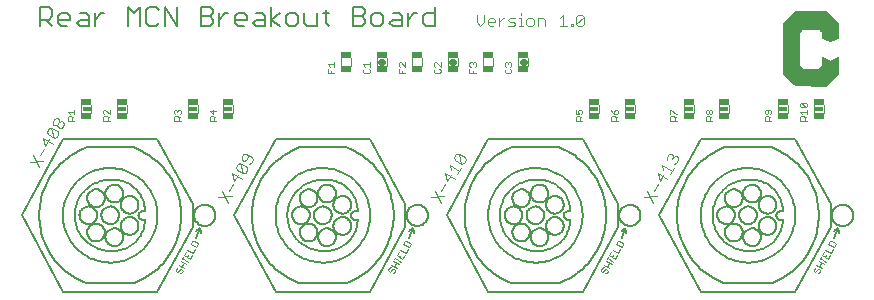
<source format=gto>
G75*
G70*
%OFA0B0*%
%FSLAX24Y24*%
%IPPOS*%
%LPD*%
%AMOC8*
5,1,8,0,0,1.08239X$1,22.5*
%
%ADD10C,0.0020*%
%ADD11C,0.0030*%
%ADD12C,0.0050*%
%ADD13C,0.0020*%
%ADD14R,0.0374X0.0197*%
%ADD15C,0.0040*%
%ADD16C,0.0220*%
%ADD17R,0.0300X0.0180*%
D10*
X022742Y006016D02*
X022742Y006126D01*
X022779Y006163D01*
X022853Y006163D01*
X022889Y006126D01*
X022889Y006016D01*
X022963Y006016D02*
X022742Y006016D01*
X022889Y006090D02*
X022963Y006163D01*
X022963Y006237D02*
X022963Y006384D01*
X022963Y006311D02*
X022742Y006311D01*
X022816Y006237D01*
X023924Y006274D02*
X023960Y006237D01*
X023924Y006274D02*
X023924Y006347D01*
X023960Y006384D01*
X023997Y006384D01*
X024144Y006237D01*
X024144Y006384D01*
X024144Y006163D02*
X024070Y006090D01*
X024070Y006126D02*
X024070Y006016D01*
X024144Y006016D02*
X023924Y006016D01*
X023924Y006126D01*
X023960Y006163D01*
X024034Y006163D01*
X024070Y006126D01*
X026286Y006126D02*
X026322Y006163D01*
X026396Y006163D01*
X026433Y006126D01*
X026433Y006016D01*
X026506Y006016D02*
X026286Y006016D01*
X026286Y006126D01*
X026322Y006237D02*
X026286Y006274D01*
X026286Y006347D01*
X026322Y006384D01*
X026359Y006384D01*
X026396Y006347D01*
X026433Y006384D01*
X026469Y006384D01*
X026506Y006347D01*
X026506Y006274D01*
X026469Y006237D01*
X026506Y006163D02*
X026433Y006090D01*
X026396Y006311D02*
X026396Y006347D01*
X027467Y006347D02*
X027577Y006237D01*
X027577Y006384D01*
X027687Y006347D02*
X027467Y006347D01*
X027504Y006163D02*
X027577Y006163D01*
X027614Y006126D01*
X027614Y006016D01*
X027687Y006016D02*
X027467Y006016D01*
X027467Y006126D01*
X027504Y006163D01*
X027614Y006090D02*
X027687Y006163D01*
X031404Y007591D02*
X031404Y007738D01*
X031477Y007812D02*
X031404Y007885D01*
X031624Y007885D01*
X031624Y007812D02*
X031624Y007959D01*
X031514Y007664D02*
X031514Y007591D01*
X031624Y007591D02*
X031404Y007591D01*
X032585Y007628D02*
X032622Y007591D01*
X032768Y007591D01*
X032805Y007628D01*
X032805Y007701D01*
X032768Y007738D01*
X032805Y007812D02*
X032805Y007959D01*
X032805Y007885D02*
X032585Y007885D01*
X032658Y007812D01*
X032622Y007738D02*
X032585Y007701D01*
X032585Y007628D01*
X033766Y007591D02*
X033766Y007738D01*
X033803Y007812D02*
X033766Y007849D01*
X033766Y007922D01*
X033803Y007959D01*
X033839Y007959D01*
X033986Y007812D01*
X033986Y007959D01*
X033876Y007664D02*
X033876Y007591D01*
X033986Y007591D02*
X033766Y007591D01*
X034947Y007628D02*
X034984Y007591D01*
X035131Y007591D01*
X035167Y007628D01*
X035167Y007701D01*
X035131Y007738D01*
X035167Y007812D02*
X035021Y007959D01*
X034984Y007959D01*
X034947Y007922D01*
X034947Y007849D01*
X034984Y007812D01*
X034984Y007738D02*
X034947Y007701D01*
X034947Y007628D01*
X035167Y007812D02*
X035167Y007959D01*
X036128Y007922D02*
X036165Y007959D01*
X036202Y007959D01*
X036238Y007922D01*
X036275Y007959D01*
X036312Y007959D01*
X036348Y007922D01*
X036348Y007849D01*
X036312Y007812D01*
X036238Y007885D02*
X036238Y007922D01*
X036128Y007922D02*
X036128Y007849D01*
X036165Y007812D01*
X036128Y007738D02*
X036128Y007591D01*
X036348Y007591D01*
X036238Y007591D02*
X036238Y007664D01*
X037309Y007628D02*
X037346Y007591D01*
X037493Y007591D01*
X037530Y007628D01*
X037530Y007701D01*
X037493Y007738D01*
X037493Y007812D02*
X037530Y007849D01*
X037530Y007922D01*
X037493Y007959D01*
X037456Y007959D01*
X037419Y007922D01*
X037419Y007885D01*
X037419Y007922D02*
X037383Y007959D01*
X037346Y007959D01*
X037309Y007922D01*
X037309Y007849D01*
X037346Y007812D01*
X037346Y007738D02*
X037309Y007701D01*
X037309Y007628D01*
X039672Y006384D02*
X039672Y006237D01*
X039782Y006237D01*
X039745Y006311D01*
X039745Y006347D01*
X039782Y006384D01*
X039855Y006384D01*
X039892Y006347D01*
X039892Y006274D01*
X039855Y006237D01*
X039892Y006163D02*
X039818Y006090D01*
X039818Y006126D02*
X039818Y006016D01*
X039892Y006016D02*
X039672Y006016D01*
X039672Y006126D01*
X039708Y006163D01*
X039782Y006163D01*
X039818Y006126D01*
X040853Y006126D02*
X040889Y006163D01*
X040963Y006163D01*
X040999Y006126D01*
X040999Y006016D01*
X040999Y006090D02*
X041073Y006163D01*
X041036Y006237D02*
X041073Y006274D01*
X041073Y006347D01*
X041036Y006384D01*
X040999Y006384D01*
X040963Y006347D01*
X040963Y006237D01*
X041036Y006237D01*
X040963Y006237D02*
X040889Y006311D01*
X040853Y006384D01*
X040853Y006126D02*
X040853Y006016D01*
X041073Y006016D01*
X042821Y006016D02*
X042821Y006126D01*
X042858Y006163D01*
X042931Y006163D01*
X042968Y006126D01*
X042968Y006016D01*
X043041Y006016D02*
X042821Y006016D01*
X042968Y006090D02*
X043041Y006163D01*
X043041Y006237D02*
X043005Y006237D01*
X042858Y006384D01*
X042821Y006384D01*
X042821Y006237D01*
X044002Y006274D02*
X044002Y006347D01*
X044039Y006384D01*
X044076Y006384D01*
X044112Y006347D01*
X044112Y006274D01*
X044076Y006237D01*
X044039Y006237D01*
X044002Y006274D01*
X044112Y006274D02*
X044149Y006237D01*
X044186Y006237D01*
X044222Y006274D01*
X044222Y006347D01*
X044186Y006384D01*
X044149Y006384D01*
X044112Y006347D01*
X044112Y006163D02*
X044149Y006126D01*
X044149Y006016D01*
X044222Y006016D02*
X044002Y006016D01*
X044002Y006126D01*
X044039Y006163D01*
X044112Y006163D01*
X044149Y006090D02*
X044222Y006163D01*
X045971Y006126D02*
X046007Y006163D01*
X046081Y006163D01*
X046118Y006126D01*
X046118Y006016D01*
X046191Y006016D02*
X045971Y006016D01*
X045971Y006126D01*
X046007Y006237D02*
X045971Y006274D01*
X045971Y006347D01*
X046007Y006384D01*
X046154Y006384D01*
X046191Y006347D01*
X046191Y006274D01*
X046154Y006237D01*
X046081Y006274D02*
X046081Y006384D01*
X046081Y006274D02*
X046044Y006237D01*
X046007Y006237D01*
X046118Y006090D02*
X046191Y006163D01*
X047152Y006126D02*
X047189Y006163D01*
X047262Y006163D01*
X047299Y006126D01*
X047299Y006016D01*
X047372Y006016D02*
X047152Y006016D01*
X047152Y006126D01*
X047225Y006237D02*
X047152Y006311D01*
X047372Y006311D01*
X047372Y006384D02*
X047372Y006237D01*
X047372Y006163D02*
X047299Y006090D01*
X047335Y006458D02*
X047189Y006605D01*
X047335Y006605D01*
X047372Y006568D01*
X047372Y006495D01*
X047335Y006458D01*
X047189Y006458D01*
X047152Y006495D01*
X047152Y006568D01*
X047189Y006605D01*
X048202Y002014D02*
X048152Y002000D01*
X048097Y001905D01*
X048288Y001795D01*
X048343Y001890D01*
X048329Y001940D01*
X048202Y002014D01*
X048251Y001731D02*
X048177Y001604D01*
X047986Y001714D01*
X047949Y001649D02*
X047876Y001522D01*
X048067Y001412D01*
X048140Y001539D01*
X048008Y001531D02*
X047971Y001467D01*
X047839Y001458D02*
X047802Y001395D01*
X047821Y001426D02*
X048011Y001316D01*
X047993Y001285D02*
X048030Y001348D01*
X047956Y001220D02*
X047765Y001330D01*
X047861Y001275D02*
X047787Y001148D01*
X047782Y001066D02*
X047814Y001047D01*
X047827Y000997D01*
X047790Y000934D01*
X047740Y000920D01*
X047695Y000989D02*
X047732Y001052D01*
X047782Y001066D01*
X047883Y001093D02*
X047692Y001203D01*
X047687Y001121D02*
X047636Y001107D01*
X047600Y001044D01*
X047613Y000994D01*
X047645Y000975D01*
X047695Y000989D01*
X041256Y001890D02*
X041243Y001940D01*
X041116Y002014D01*
X041065Y002000D01*
X041010Y001905D01*
X041201Y001795D01*
X041256Y001890D01*
X041164Y001731D02*
X041091Y001604D01*
X040900Y001714D01*
X040863Y001649D02*
X040789Y001522D01*
X040980Y001412D01*
X041053Y001539D01*
X040921Y001531D02*
X040885Y001467D01*
X040943Y001348D02*
X040906Y001285D01*
X040925Y001316D02*
X040734Y001426D01*
X040716Y001395D02*
X040752Y001458D01*
X040679Y001330D02*
X040869Y001220D01*
X040774Y001275D02*
X040701Y001148D01*
X040695Y001066D02*
X040727Y001047D01*
X040741Y000997D01*
X040704Y000934D01*
X040654Y000920D01*
X040608Y000989D02*
X040645Y001052D01*
X040695Y001066D01*
X040796Y001093D02*
X040605Y001203D01*
X040600Y001121D02*
X040550Y001107D01*
X040513Y001044D01*
X040527Y000994D01*
X040558Y000975D01*
X040608Y000989D01*
X034169Y001890D02*
X034156Y001940D01*
X034029Y002014D01*
X033979Y002000D01*
X033924Y001905D01*
X034114Y001795D01*
X034169Y001890D01*
X034077Y001731D02*
X034004Y001604D01*
X033813Y001714D01*
X033776Y001649D02*
X033703Y001522D01*
X033893Y001412D01*
X033967Y001539D01*
X033835Y001531D02*
X033798Y001467D01*
X033666Y001458D02*
X033629Y001395D01*
X033647Y001426D02*
X033838Y001316D01*
X033820Y001285D02*
X033856Y001348D01*
X033783Y001220D02*
X033592Y001330D01*
X033687Y001275D02*
X033614Y001148D01*
X033609Y001066D02*
X033640Y001047D01*
X033654Y000997D01*
X033617Y000934D01*
X033567Y000920D01*
X033522Y000989D02*
X033559Y001052D01*
X033609Y001066D01*
X033709Y001093D02*
X033519Y001203D01*
X033513Y001121D02*
X033463Y001107D01*
X033427Y001044D01*
X033440Y000994D01*
X033472Y000975D01*
X033522Y000989D01*
X027083Y001890D02*
X027069Y001940D01*
X026942Y002014D01*
X026892Y002000D01*
X026837Y001905D01*
X027028Y001795D01*
X027083Y001890D01*
X026991Y001731D02*
X026917Y001604D01*
X026727Y001714D01*
X026690Y001649D02*
X026616Y001522D01*
X026807Y001412D01*
X026880Y001539D01*
X026748Y001531D02*
X026711Y001467D01*
X026579Y001458D02*
X026543Y001395D01*
X026561Y001426D02*
X026752Y001316D01*
X026733Y001285D02*
X026770Y001348D01*
X026696Y001220D02*
X026505Y001330D01*
X026601Y001275D02*
X026527Y001148D01*
X026522Y001066D02*
X026554Y001047D01*
X026567Y000997D01*
X026531Y000934D01*
X026480Y000920D01*
X026435Y000989D02*
X026472Y001052D01*
X026522Y001066D01*
X026623Y001093D02*
X026432Y001203D01*
X026427Y001121D02*
X026377Y001107D01*
X026340Y001044D01*
X026353Y000994D01*
X026385Y000975D01*
X026435Y000989D01*
D11*
X028085Y003271D02*
X027888Y003670D01*
X028109Y003682D02*
X028232Y003896D01*
X028293Y004001D02*
X028417Y004215D01*
X028584Y004259D02*
X028494Y004596D01*
X028708Y004472D01*
X028730Y004388D01*
X028668Y004281D01*
X028584Y004259D01*
X028370Y004382D01*
X028348Y004466D01*
X028409Y004573D01*
X028494Y004596D01*
X028554Y004701D02*
X028608Y004670D01*
X028692Y004693D01*
X028785Y004853D01*
X028892Y004791D02*
X028678Y004915D01*
X028594Y004892D01*
X028532Y004785D01*
X028554Y004701D01*
X028768Y004577D02*
X028853Y004600D01*
X028914Y004707D01*
X028892Y004791D01*
X028546Y004069D02*
X028225Y004254D01*
X028293Y004001D01*
X028209Y003485D02*
X027764Y003456D01*
X022615Y005888D02*
X022553Y005781D01*
X022469Y005759D01*
X022416Y005789D01*
X022393Y005874D01*
X022455Y005981D01*
X022539Y006003D01*
X022592Y005972D01*
X022615Y005888D01*
X022455Y005981D02*
X022432Y006065D01*
X022379Y006096D01*
X022294Y006073D01*
X022233Y005966D01*
X022255Y005882D01*
X022309Y005851D01*
X022393Y005874D01*
X022195Y005777D02*
X022408Y005653D01*
X022431Y005569D01*
X022369Y005462D01*
X022285Y005440D01*
X022195Y005777D01*
X022110Y005754D01*
X022049Y005647D01*
X022071Y005563D01*
X022285Y005440D01*
X022117Y005396D02*
X021994Y005182D01*
X021926Y005435D01*
X022247Y005250D01*
X021933Y005077D02*
X021810Y004863D01*
X021909Y004666D02*
X021465Y004637D01*
X021589Y004851D02*
X021786Y004452D01*
X034851Y003456D02*
X035295Y003485D01*
X035196Y003682D02*
X035319Y003896D01*
X035380Y004001D02*
X035503Y004215D01*
X035510Y004351D02*
X035465Y004520D01*
X035786Y004335D01*
X035848Y004441D02*
X035724Y004228D01*
X035633Y004069D02*
X035312Y004254D01*
X035380Y004001D01*
X034975Y003670D02*
X035172Y003271D01*
X035855Y004577D02*
X035765Y004915D01*
X035978Y004791D01*
X036001Y004707D01*
X035939Y004600D01*
X035855Y004577D01*
X035641Y004701D01*
X035618Y004785D01*
X035680Y004892D01*
X035765Y004915D01*
X041938Y003456D02*
X042382Y003485D01*
X042282Y003682D02*
X042406Y003896D01*
X042466Y004001D02*
X042590Y004215D01*
X042597Y004351D02*
X042552Y004520D01*
X042873Y004335D01*
X042934Y004441D02*
X042811Y004228D01*
X042719Y004069D02*
X042399Y004254D01*
X042466Y004001D01*
X042061Y003670D02*
X042258Y003271D01*
X042941Y004577D02*
X043026Y004600D01*
X043088Y004707D01*
X043065Y004791D01*
X043011Y004822D01*
X042927Y004800D01*
X042896Y004746D01*
X042927Y004800D02*
X042905Y004884D01*
X042851Y004915D01*
X042767Y004892D01*
X042705Y004785D01*
X042728Y004701D01*
X039873Y009171D02*
X039750Y009171D01*
X039688Y009233D01*
X039935Y009479D01*
X039935Y009233D01*
X039873Y009171D01*
X039688Y009233D02*
X039688Y009479D01*
X039750Y009541D01*
X039873Y009541D01*
X039935Y009479D01*
X039566Y009233D02*
X039504Y009233D01*
X039504Y009171D01*
X039566Y009171D01*
X039566Y009233D01*
X039383Y009171D02*
X039136Y009171D01*
X039259Y009171D02*
X039259Y009541D01*
X039136Y009418D01*
X038646Y009356D02*
X038646Y009171D01*
X038646Y009356D02*
X038584Y009418D01*
X038399Y009418D01*
X038399Y009171D01*
X038278Y009233D02*
X038216Y009171D01*
X038092Y009171D01*
X038031Y009233D01*
X038031Y009356D01*
X038092Y009418D01*
X038216Y009418D01*
X038278Y009356D01*
X038278Y009233D01*
X037909Y009171D02*
X037785Y009171D01*
X037847Y009171D02*
X037847Y009418D01*
X037785Y009418D01*
X037664Y009418D02*
X037479Y009418D01*
X037417Y009356D01*
X037479Y009294D01*
X037602Y009294D01*
X037664Y009233D01*
X037602Y009171D01*
X037417Y009171D01*
X037295Y009418D02*
X037233Y009418D01*
X037110Y009294D01*
X036989Y009294D02*
X036742Y009294D01*
X036742Y009233D02*
X036742Y009356D01*
X036803Y009418D01*
X036927Y009418D01*
X036989Y009356D01*
X036989Y009294D01*
X036927Y009171D02*
X036803Y009171D01*
X036742Y009233D01*
X036620Y009294D02*
X036620Y009541D01*
X036373Y009541D02*
X036373Y009294D01*
X036497Y009171D01*
X036620Y009294D01*
X037110Y009171D02*
X037110Y009418D01*
X037847Y009541D02*
X037847Y009603D01*
D12*
X022579Y000298D02*
X021201Y002857D01*
X022579Y005416D01*
X025729Y005416D01*
X026910Y003250D01*
X026910Y002463D01*
X025729Y000298D01*
X022579Y000298D01*
X023366Y000593D02*
X024941Y000593D01*
X024272Y001676D02*
X024154Y001676D01*
X023996Y002128D02*
X023998Y002162D01*
X024004Y002196D01*
X024014Y002229D01*
X024027Y002260D01*
X024045Y002290D01*
X024065Y002318D01*
X024089Y002343D01*
X024115Y002365D01*
X024143Y002383D01*
X024174Y002399D01*
X024206Y002411D01*
X024240Y002419D01*
X024274Y002423D01*
X024308Y002423D01*
X024342Y002419D01*
X024376Y002411D01*
X024408Y002399D01*
X024438Y002383D01*
X024467Y002365D01*
X024493Y002343D01*
X024517Y002318D01*
X024537Y002290D01*
X024555Y002260D01*
X024568Y002229D01*
X024578Y002196D01*
X024584Y002162D01*
X024586Y002128D01*
X024584Y002094D01*
X024578Y002060D01*
X024568Y002027D01*
X024555Y001996D01*
X024537Y001966D01*
X024517Y001938D01*
X024493Y001913D01*
X024467Y001891D01*
X024439Y001873D01*
X024408Y001857D01*
X024376Y001845D01*
X024342Y001837D01*
X024308Y001833D01*
X024274Y001833D01*
X024240Y001837D01*
X024206Y001845D01*
X024174Y001857D01*
X024143Y001873D01*
X024115Y001891D01*
X024089Y001913D01*
X024065Y001938D01*
X024045Y001966D01*
X024027Y001996D01*
X024014Y002027D01*
X024004Y002060D01*
X023998Y002094D01*
X023996Y002128D01*
X023386Y002286D02*
X023388Y002320D01*
X023394Y002354D01*
X023404Y002387D01*
X023417Y002418D01*
X023435Y002448D01*
X023455Y002476D01*
X023479Y002501D01*
X023505Y002523D01*
X023533Y002541D01*
X023564Y002557D01*
X023596Y002569D01*
X023630Y002577D01*
X023664Y002581D01*
X023698Y002581D01*
X023732Y002577D01*
X023766Y002569D01*
X023798Y002557D01*
X023828Y002541D01*
X023857Y002523D01*
X023883Y002501D01*
X023907Y002476D01*
X023927Y002448D01*
X023945Y002418D01*
X023958Y002387D01*
X023968Y002354D01*
X023974Y002320D01*
X023976Y002286D01*
X023974Y002252D01*
X023968Y002218D01*
X023958Y002185D01*
X023945Y002154D01*
X023927Y002124D01*
X023907Y002096D01*
X023883Y002071D01*
X023857Y002049D01*
X023829Y002031D01*
X023798Y002015D01*
X023766Y002003D01*
X023732Y001995D01*
X023698Y001991D01*
X023664Y001991D01*
X023630Y001995D01*
X023596Y002003D01*
X023564Y002015D01*
X023533Y002031D01*
X023505Y002049D01*
X023479Y002071D01*
X023455Y002096D01*
X023435Y002124D01*
X023417Y002154D01*
X023404Y002185D01*
X023394Y002218D01*
X023388Y002252D01*
X023386Y002286D01*
X024272Y001676D02*
X024335Y001678D01*
X024398Y001684D01*
X024460Y001693D01*
X024522Y001706D01*
X024582Y001723D01*
X024642Y001744D01*
X024700Y001768D01*
X024757Y001795D01*
X024812Y001826D01*
X024864Y001861D01*
X024915Y001898D01*
X024964Y001938D01*
X025010Y001981D01*
X025053Y002027D01*
X025093Y002076D01*
X025130Y002127D01*
X025165Y002179D01*
X025196Y002234D01*
X025223Y002291D01*
X025247Y002349D01*
X025268Y002409D01*
X025285Y002469D01*
X025298Y002531D01*
X025307Y002593D01*
X025313Y002656D01*
X025315Y002719D01*
X025293Y002711D01*
X025270Y002706D01*
X025247Y002705D01*
X025224Y002707D01*
X025201Y002713D01*
X025180Y002723D01*
X025160Y002735D01*
X025142Y002751D01*
X025127Y002769D01*
X025115Y002789D01*
X025106Y002811D01*
X025101Y002834D01*
X025099Y002857D01*
X025098Y002857D02*
X025100Y002879D01*
X025105Y002900D01*
X025113Y002920D01*
X025124Y002938D01*
X025138Y002955D01*
X025155Y002969D01*
X025173Y002980D01*
X025193Y002988D01*
X025214Y002993D01*
X025236Y002995D01*
X025236Y002994D02*
X025315Y002994D01*
X024508Y003211D02*
X024510Y003245D01*
X024516Y003279D01*
X024526Y003312D01*
X024539Y003343D01*
X024557Y003373D01*
X024577Y003401D01*
X024601Y003426D01*
X024627Y003448D01*
X024655Y003466D01*
X024686Y003482D01*
X024718Y003494D01*
X024752Y003502D01*
X024786Y003506D01*
X024820Y003506D01*
X024854Y003502D01*
X024888Y003494D01*
X024920Y003482D01*
X024950Y003466D01*
X024979Y003448D01*
X025005Y003426D01*
X025029Y003401D01*
X025049Y003373D01*
X025067Y003343D01*
X025080Y003312D01*
X025090Y003279D01*
X025096Y003245D01*
X025098Y003211D01*
X025096Y003177D01*
X025090Y003143D01*
X025080Y003110D01*
X025067Y003079D01*
X025049Y003049D01*
X025029Y003021D01*
X025005Y002996D01*
X024979Y002974D01*
X024951Y002956D01*
X024920Y002940D01*
X024888Y002928D01*
X024854Y002920D01*
X024820Y002916D01*
X024786Y002916D01*
X024752Y002920D01*
X024718Y002928D01*
X024686Y002940D01*
X024655Y002956D01*
X024627Y002974D01*
X024601Y002996D01*
X024577Y003021D01*
X024557Y003049D01*
X024539Y003079D01*
X024526Y003110D01*
X024516Y003143D01*
X024510Y003177D01*
X024508Y003211D01*
X025315Y002994D02*
X025313Y003057D01*
X025307Y003120D01*
X025298Y003182D01*
X025285Y003244D01*
X025268Y003304D01*
X025247Y003364D01*
X025223Y003422D01*
X025196Y003479D01*
X025165Y003534D01*
X025130Y003586D01*
X025093Y003637D01*
X025053Y003686D01*
X025010Y003732D01*
X024964Y003775D01*
X024915Y003815D01*
X024864Y003852D01*
X024812Y003887D01*
X024757Y003918D01*
X024700Y003945D01*
X024642Y003969D01*
X024582Y003990D01*
X024522Y004007D01*
X024460Y004020D01*
X024398Y004029D01*
X024335Y004035D01*
X024272Y004037D01*
X024272Y004038D02*
X024154Y004038D01*
X023996Y003585D02*
X023998Y003619D01*
X024004Y003653D01*
X024014Y003686D01*
X024027Y003717D01*
X024045Y003747D01*
X024065Y003775D01*
X024089Y003800D01*
X024115Y003822D01*
X024143Y003840D01*
X024174Y003856D01*
X024206Y003868D01*
X024240Y003876D01*
X024274Y003880D01*
X024308Y003880D01*
X024342Y003876D01*
X024376Y003868D01*
X024408Y003856D01*
X024438Y003840D01*
X024467Y003822D01*
X024493Y003800D01*
X024517Y003775D01*
X024537Y003747D01*
X024555Y003717D01*
X024568Y003686D01*
X024578Y003653D01*
X024584Y003619D01*
X024586Y003585D01*
X024584Y003551D01*
X024578Y003517D01*
X024568Y003484D01*
X024555Y003453D01*
X024537Y003423D01*
X024517Y003395D01*
X024493Y003370D01*
X024467Y003348D01*
X024439Y003330D01*
X024408Y003314D01*
X024376Y003302D01*
X024342Y003294D01*
X024308Y003290D01*
X024274Y003290D01*
X024240Y003294D01*
X024206Y003302D01*
X024174Y003314D01*
X024143Y003330D01*
X024115Y003348D01*
X024089Y003370D01*
X024065Y003395D01*
X024045Y003423D01*
X024027Y003453D01*
X024014Y003484D01*
X024004Y003517D01*
X023998Y003551D01*
X023996Y003585D01*
X023386Y003428D02*
X023388Y003462D01*
X023394Y003496D01*
X023404Y003529D01*
X023417Y003560D01*
X023435Y003590D01*
X023455Y003618D01*
X023479Y003643D01*
X023505Y003665D01*
X023533Y003683D01*
X023564Y003699D01*
X023596Y003711D01*
X023630Y003719D01*
X023664Y003723D01*
X023698Y003723D01*
X023732Y003719D01*
X023766Y003711D01*
X023798Y003699D01*
X023828Y003683D01*
X023857Y003665D01*
X023883Y003643D01*
X023907Y003618D01*
X023927Y003590D01*
X023945Y003560D01*
X023958Y003529D01*
X023968Y003496D01*
X023974Y003462D01*
X023976Y003428D01*
X023974Y003394D01*
X023968Y003360D01*
X023958Y003327D01*
X023945Y003296D01*
X023927Y003266D01*
X023907Y003238D01*
X023883Y003213D01*
X023857Y003191D01*
X023829Y003173D01*
X023798Y003157D01*
X023766Y003145D01*
X023732Y003137D01*
X023698Y003133D01*
X023664Y003133D01*
X023630Y003137D01*
X023596Y003145D01*
X023564Y003157D01*
X023533Y003173D01*
X023505Y003191D01*
X023479Y003213D01*
X023455Y003238D01*
X023435Y003266D01*
X023417Y003296D01*
X023404Y003327D01*
X023394Y003360D01*
X023388Y003394D01*
X023386Y003428D01*
X023130Y002857D02*
X023132Y002891D01*
X023138Y002925D01*
X023148Y002958D01*
X023161Y002989D01*
X023179Y003019D01*
X023199Y003047D01*
X023223Y003072D01*
X023249Y003094D01*
X023277Y003112D01*
X023308Y003128D01*
X023340Y003140D01*
X023374Y003148D01*
X023408Y003152D01*
X023442Y003152D01*
X023476Y003148D01*
X023510Y003140D01*
X023542Y003128D01*
X023572Y003112D01*
X023601Y003094D01*
X023627Y003072D01*
X023651Y003047D01*
X023671Y003019D01*
X023689Y002989D01*
X023702Y002958D01*
X023712Y002925D01*
X023718Y002891D01*
X023720Y002857D01*
X023718Y002823D01*
X023712Y002789D01*
X023702Y002756D01*
X023689Y002725D01*
X023671Y002695D01*
X023651Y002667D01*
X023627Y002642D01*
X023601Y002620D01*
X023573Y002602D01*
X023542Y002586D01*
X023510Y002574D01*
X023476Y002566D01*
X023442Y002562D01*
X023408Y002562D01*
X023374Y002566D01*
X023340Y002574D01*
X023308Y002586D01*
X023277Y002602D01*
X023249Y002620D01*
X023223Y002642D01*
X023199Y002667D01*
X023179Y002695D01*
X023161Y002725D01*
X023148Y002756D01*
X023138Y002789D01*
X023132Y002823D01*
X023130Y002857D01*
X024941Y005120D02*
X025050Y005077D01*
X025156Y005028D01*
X025261Y004974D01*
X025362Y004915D01*
X025461Y004852D01*
X025556Y004783D01*
X025648Y004710D01*
X025736Y004633D01*
X025821Y004551D01*
X025901Y004466D01*
X025977Y004376D01*
X026049Y004283D01*
X026116Y004187D01*
X026178Y004087D01*
X026235Y003985D01*
X026288Y003880D01*
X026335Y003773D01*
X026377Y003663D01*
X026413Y003551D01*
X026444Y003438D01*
X026469Y003324D01*
X026489Y003208D01*
X026504Y003091D01*
X026512Y002974D01*
X026515Y002857D01*
X027028Y002345D02*
X027146Y002424D01*
X027185Y002266D01*
X027146Y002424D02*
X027028Y002109D01*
X026949Y002857D02*
X026951Y002894D01*
X026957Y002931D01*
X026966Y002966D01*
X026980Y003001D01*
X026996Y003034D01*
X027017Y003065D01*
X027040Y003094D01*
X027066Y003120D01*
X027095Y003143D01*
X027126Y003164D01*
X027159Y003180D01*
X027194Y003194D01*
X027229Y003203D01*
X027266Y003209D01*
X027303Y003211D01*
X027340Y003209D01*
X027377Y003203D01*
X027412Y003194D01*
X027447Y003180D01*
X027480Y003164D01*
X027511Y003143D01*
X027540Y003120D01*
X027566Y003094D01*
X027589Y003065D01*
X027610Y003034D01*
X027626Y003001D01*
X027640Y002966D01*
X027649Y002931D01*
X027655Y002894D01*
X027657Y002857D01*
X027655Y002820D01*
X027649Y002783D01*
X027640Y002748D01*
X027626Y002713D01*
X027610Y002680D01*
X027589Y002649D01*
X027566Y002620D01*
X027540Y002594D01*
X027511Y002571D01*
X027480Y002550D01*
X027447Y002534D01*
X027412Y002520D01*
X027377Y002511D01*
X027340Y002505D01*
X027303Y002503D01*
X027266Y002505D01*
X027229Y002511D01*
X027194Y002520D01*
X027159Y002534D01*
X027126Y002550D01*
X027095Y002571D01*
X027066Y002594D01*
X027040Y002620D01*
X027017Y002649D01*
X026996Y002680D01*
X026980Y002713D01*
X026966Y002748D01*
X026957Y002783D01*
X026951Y002820D01*
X026949Y002857D01*
X028288Y002857D02*
X029666Y000298D01*
X032815Y000298D01*
X033996Y002463D01*
X033996Y003250D01*
X032815Y005416D01*
X029666Y005416D01*
X028288Y002857D01*
X030217Y002857D02*
X030219Y002891D01*
X030225Y002925D01*
X030235Y002958D01*
X030248Y002989D01*
X030266Y003019D01*
X030286Y003047D01*
X030310Y003072D01*
X030336Y003094D01*
X030364Y003112D01*
X030395Y003128D01*
X030427Y003140D01*
X030461Y003148D01*
X030495Y003152D01*
X030529Y003152D01*
X030563Y003148D01*
X030597Y003140D01*
X030629Y003128D01*
X030659Y003112D01*
X030688Y003094D01*
X030714Y003072D01*
X030738Y003047D01*
X030758Y003019D01*
X030776Y002989D01*
X030789Y002958D01*
X030799Y002925D01*
X030805Y002891D01*
X030807Y002857D01*
X030805Y002823D01*
X030799Y002789D01*
X030789Y002756D01*
X030776Y002725D01*
X030758Y002695D01*
X030738Y002667D01*
X030714Y002642D01*
X030688Y002620D01*
X030660Y002602D01*
X030629Y002586D01*
X030597Y002574D01*
X030563Y002566D01*
X030529Y002562D01*
X030495Y002562D01*
X030461Y002566D01*
X030427Y002574D01*
X030395Y002586D01*
X030364Y002602D01*
X030336Y002620D01*
X030310Y002642D01*
X030286Y002667D01*
X030266Y002695D01*
X030248Y002725D01*
X030235Y002756D01*
X030225Y002789D01*
X030219Y002823D01*
X030217Y002857D01*
X030473Y003428D02*
X030475Y003462D01*
X030481Y003496D01*
X030491Y003529D01*
X030504Y003560D01*
X030522Y003590D01*
X030542Y003618D01*
X030566Y003643D01*
X030592Y003665D01*
X030620Y003683D01*
X030651Y003699D01*
X030683Y003711D01*
X030717Y003719D01*
X030751Y003723D01*
X030785Y003723D01*
X030819Y003719D01*
X030853Y003711D01*
X030885Y003699D01*
X030915Y003683D01*
X030944Y003665D01*
X030970Y003643D01*
X030994Y003618D01*
X031014Y003590D01*
X031032Y003560D01*
X031045Y003529D01*
X031055Y003496D01*
X031061Y003462D01*
X031063Y003428D01*
X031061Y003394D01*
X031055Y003360D01*
X031045Y003327D01*
X031032Y003296D01*
X031014Y003266D01*
X030994Y003238D01*
X030970Y003213D01*
X030944Y003191D01*
X030916Y003173D01*
X030885Y003157D01*
X030853Y003145D01*
X030819Y003137D01*
X030785Y003133D01*
X030751Y003133D01*
X030717Y003137D01*
X030683Y003145D01*
X030651Y003157D01*
X030620Y003173D01*
X030592Y003191D01*
X030566Y003213D01*
X030542Y003238D01*
X030522Y003266D01*
X030504Y003296D01*
X030491Y003327D01*
X030481Y003360D01*
X030475Y003394D01*
X030473Y003428D01*
X032028Y005120D02*
X032137Y005077D01*
X032243Y005028D01*
X032348Y004974D01*
X032449Y004915D01*
X032548Y004852D01*
X032643Y004783D01*
X032735Y004710D01*
X032823Y004633D01*
X032908Y004551D01*
X032988Y004466D01*
X033064Y004376D01*
X033136Y004283D01*
X033203Y004187D01*
X033265Y004087D01*
X033322Y003985D01*
X033375Y003880D01*
X033422Y003773D01*
X033464Y003663D01*
X033500Y003551D01*
X033531Y003438D01*
X033556Y003324D01*
X033576Y003208D01*
X033591Y003091D01*
X033599Y002974D01*
X033602Y002857D01*
X034114Y002345D02*
X034232Y002424D01*
X034272Y002266D01*
X034232Y002424D02*
X034114Y002109D01*
X034036Y002857D02*
X034038Y002894D01*
X034044Y002931D01*
X034053Y002966D01*
X034067Y003001D01*
X034083Y003034D01*
X034104Y003065D01*
X034127Y003094D01*
X034153Y003120D01*
X034182Y003143D01*
X034213Y003164D01*
X034246Y003180D01*
X034281Y003194D01*
X034316Y003203D01*
X034353Y003209D01*
X034390Y003211D01*
X034427Y003209D01*
X034464Y003203D01*
X034499Y003194D01*
X034534Y003180D01*
X034567Y003164D01*
X034598Y003143D01*
X034627Y003120D01*
X034653Y003094D01*
X034676Y003065D01*
X034697Y003034D01*
X034713Y003001D01*
X034727Y002966D01*
X034736Y002931D01*
X034742Y002894D01*
X034744Y002857D01*
X034742Y002820D01*
X034736Y002783D01*
X034727Y002748D01*
X034713Y002713D01*
X034697Y002680D01*
X034676Y002649D01*
X034653Y002620D01*
X034627Y002594D01*
X034598Y002571D01*
X034567Y002550D01*
X034534Y002534D01*
X034499Y002520D01*
X034464Y002511D01*
X034427Y002505D01*
X034390Y002503D01*
X034353Y002505D01*
X034316Y002511D01*
X034281Y002520D01*
X034246Y002534D01*
X034213Y002550D01*
X034182Y002571D01*
X034153Y002594D01*
X034127Y002620D01*
X034104Y002649D01*
X034083Y002680D01*
X034067Y002713D01*
X034053Y002748D01*
X034044Y002783D01*
X034038Y002820D01*
X034036Y002857D01*
X035374Y002857D02*
X036752Y000298D01*
X039902Y000298D01*
X041083Y002463D01*
X041083Y003250D01*
X039902Y005416D01*
X036752Y005416D01*
X035374Y002857D01*
X037304Y002857D02*
X037306Y002891D01*
X037312Y002925D01*
X037322Y002958D01*
X037335Y002989D01*
X037353Y003019D01*
X037373Y003047D01*
X037397Y003072D01*
X037423Y003094D01*
X037451Y003112D01*
X037482Y003128D01*
X037514Y003140D01*
X037548Y003148D01*
X037582Y003152D01*
X037616Y003152D01*
X037650Y003148D01*
X037684Y003140D01*
X037716Y003128D01*
X037746Y003112D01*
X037775Y003094D01*
X037801Y003072D01*
X037825Y003047D01*
X037845Y003019D01*
X037863Y002989D01*
X037876Y002958D01*
X037886Y002925D01*
X037892Y002891D01*
X037894Y002857D01*
X037892Y002823D01*
X037886Y002789D01*
X037876Y002756D01*
X037863Y002725D01*
X037845Y002695D01*
X037825Y002667D01*
X037801Y002642D01*
X037775Y002620D01*
X037747Y002602D01*
X037716Y002586D01*
X037684Y002574D01*
X037650Y002566D01*
X037616Y002562D01*
X037582Y002562D01*
X037548Y002566D01*
X037514Y002574D01*
X037482Y002586D01*
X037451Y002602D01*
X037423Y002620D01*
X037397Y002642D01*
X037373Y002667D01*
X037353Y002695D01*
X037335Y002725D01*
X037322Y002756D01*
X037312Y002789D01*
X037306Y002823D01*
X037304Y002857D01*
X037559Y003428D02*
X037561Y003462D01*
X037567Y003496D01*
X037577Y003529D01*
X037590Y003560D01*
X037608Y003590D01*
X037628Y003618D01*
X037652Y003643D01*
X037678Y003665D01*
X037706Y003683D01*
X037737Y003699D01*
X037769Y003711D01*
X037803Y003719D01*
X037837Y003723D01*
X037871Y003723D01*
X037905Y003719D01*
X037939Y003711D01*
X037971Y003699D01*
X038001Y003683D01*
X038030Y003665D01*
X038056Y003643D01*
X038080Y003618D01*
X038100Y003590D01*
X038118Y003560D01*
X038131Y003529D01*
X038141Y003496D01*
X038147Y003462D01*
X038149Y003428D01*
X038147Y003394D01*
X038141Y003360D01*
X038131Y003327D01*
X038118Y003296D01*
X038100Y003266D01*
X038080Y003238D01*
X038056Y003213D01*
X038030Y003191D01*
X038002Y003173D01*
X037971Y003157D01*
X037939Y003145D01*
X037905Y003137D01*
X037871Y003133D01*
X037837Y003133D01*
X037803Y003137D01*
X037769Y003145D01*
X037737Y003157D01*
X037706Y003173D01*
X037678Y003191D01*
X037652Y003213D01*
X037628Y003238D01*
X037608Y003266D01*
X037590Y003296D01*
X037577Y003327D01*
X037567Y003360D01*
X037561Y003394D01*
X037559Y003428D01*
X039115Y005120D02*
X039224Y005077D01*
X039330Y005028D01*
X039435Y004974D01*
X039536Y004915D01*
X039635Y004852D01*
X039730Y004783D01*
X039822Y004710D01*
X039910Y004633D01*
X039995Y004551D01*
X040075Y004466D01*
X040151Y004376D01*
X040223Y004283D01*
X040290Y004187D01*
X040352Y004087D01*
X040409Y003985D01*
X040462Y003880D01*
X040509Y003773D01*
X040551Y003663D01*
X040587Y003551D01*
X040618Y003438D01*
X040643Y003324D01*
X040663Y003208D01*
X040678Y003091D01*
X040686Y002974D01*
X040689Y002857D01*
X041123Y002857D02*
X041125Y002894D01*
X041131Y002931D01*
X041140Y002966D01*
X041154Y003001D01*
X041170Y003034D01*
X041191Y003065D01*
X041214Y003094D01*
X041240Y003120D01*
X041269Y003143D01*
X041300Y003164D01*
X041333Y003180D01*
X041368Y003194D01*
X041403Y003203D01*
X041440Y003209D01*
X041477Y003211D01*
X041514Y003209D01*
X041551Y003203D01*
X041586Y003194D01*
X041621Y003180D01*
X041654Y003164D01*
X041685Y003143D01*
X041714Y003120D01*
X041740Y003094D01*
X041763Y003065D01*
X041784Y003034D01*
X041800Y003001D01*
X041814Y002966D01*
X041823Y002931D01*
X041829Y002894D01*
X041831Y002857D01*
X041829Y002820D01*
X041823Y002783D01*
X041814Y002748D01*
X041800Y002713D01*
X041784Y002680D01*
X041763Y002649D01*
X041740Y002620D01*
X041714Y002594D01*
X041685Y002571D01*
X041654Y002550D01*
X041621Y002534D01*
X041586Y002520D01*
X041551Y002511D01*
X041514Y002505D01*
X041477Y002503D01*
X041440Y002505D01*
X041403Y002511D01*
X041368Y002520D01*
X041333Y002534D01*
X041300Y002550D01*
X041269Y002571D01*
X041240Y002594D01*
X041214Y002620D01*
X041191Y002649D01*
X041170Y002680D01*
X041154Y002713D01*
X041140Y002748D01*
X041131Y002783D01*
X041125Y002820D01*
X041123Y002857D01*
X041319Y002424D02*
X041358Y002266D01*
X041319Y002424D02*
X041201Y002109D01*
X041201Y002345D02*
X041319Y002424D01*
X042461Y002857D02*
X043839Y000298D01*
X046988Y000298D01*
X048169Y002463D01*
X048169Y003250D01*
X046988Y005416D01*
X043839Y005416D01*
X042461Y002857D01*
X044390Y002857D02*
X044392Y002891D01*
X044398Y002925D01*
X044408Y002958D01*
X044421Y002989D01*
X044439Y003019D01*
X044459Y003047D01*
X044483Y003072D01*
X044509Y003094D01*
X044537Y003112D01*
X044568Y003128D01*
X044600Y003140D01*
X044634Y003148D01*
X044668Y003152D01*
X044702Y003152D01*
X044736Y003148D01*
X044770Y003140D01*
X044802Y003128D01*
X044832Y003112D01*
X044861Y003094D01*
X044887Y003072D01*
X044911Y003047D01*
X044931Y003019D01*
X044949Y002989D01*
X044962Y002958D01*
X044972Y002925D01*
X044978Y002891D01*
X044980Y002857D01*
X044978Y002823D01*
X044972Y002789D01*
X044962Y002756D01*
X044949Y002725D01*
X044931Y002695D01*
X044911Y002667D01*
X044887Y002642D01*
X044861Y002620D01*
X044833Y002602D01*
X044802Y002586D01*
X044770Y002574D01*
X044736Y002566D01*
X044702Y002562D01*
X044668Y002562D01*
X044634Y002566D01*
X044600Y002574D01*
X044568Y002586D01*
X044537Y002602D01*
X044509Y002620D01*
X044483Y002642D01*
X044459Y002667D01*
X044439Y002695D01*
X044421Y002725D01*
X044408Y002756D01*
X044398Y002789D01*
X044392Y002823D01*
X044390Y002857D01*
X044646Y003428D02*
X044648Y003462D01*
X044654Y003496D01*
X044664Y003529D01*
X044677Y003560D01*
X044695Y003590D01*
X044715Y003618D01*
X044739Y003643D01*
X044765Y003665D01*
X044793Y003683D01*
X044824Y003699D01*
X044856Y003711D01*
X044890Y003719D01*
X044924Y003723D01*
X044958Y003723D01*
X044992Y003719D01*
X045026Y003711D01*
X045058Y003699D01*
X045088Y003683D01*
X045117Y003665D01*
X045143Y003643D01*
X045167Y003618D01*
X045187Y003590D01*
X045205Y003560D01*
X045218Y003529D01*
X045228Y003496D01*
X045234Y003462D01*
X045236Y003428D01*
X045234Y003394D01*
X045228Y003360D01*
X045218Y003327D01*
X045205Y003296D01*
X045187Y003266D01*
X045167Y003238D01*
X045143Y003213D01*
X045117Y003191D01*
X045089Y003173D01*
X045058Y003157D01*
X045026Y003145D01*
X044992Y003137D01*
X044958Y003133D01*
X044924Y003133D01*
X044890Y003137D01*
X044856Y003145D01*
X044824Y003157D01*
X044793Y003173D01*
X044765Y003191D01*
X044739Y003213D01*
X044715Y003238D01*
X044695Y003266D01*
X044677Y003296D01*
X044664Y003327D01*
X044654Y003360D01*
X044648Y003394D01*
X044646Y003428D01*
X046201Y005120D02*
X046310Y005077D01*
X046416Y005028D01*
X046521Y004974D01*
X046622Y004915D01*
X046721Y004852D01*
X046816Y004783D01*
X046908Y004710D01*
X046996Y004633D01*
X047081Y004551D01*
X047161Y004466D01*
X047237Y004376D01*
X047309Y004283D01*
X047376Y004187D01*
X047438Y004087D01*
X047495Y003985D01*
X047548Y003880D01*
X047595Y003773D01*
X047637Y003663D01*
X047673Y003551D01*
X047704Y003438D01*
X047729Y003324D01*
X047749Y003208D01*
X047764Y003091D01*
X047772Y002974D01*
X047775Y002857D01*
X048288Y002345D02*
X048406Y002424D01*
X048445Y002266D01*
X048406Y002424D02*
X048288Y002109D01*
X048209Y002857D02*
X048211Y002894D01*
X048217Y002931D01*
X048226Y002966D01*
X048240Y003001D01*
X048256Y003034D01*
X048277Y003065D01*
X048300Y003094D01*
X048326Y003120D01*
X048355Y003143D01*
X048386Y003164D01*
X048419Y003180D01*
X048454Y003194D01*
X048489Y003203D01*
X048526Y003209D01*
X048563Y003211D01*
X048600Y003209D01*
X048637Y003203D01*
X048672Y003194D01*
X048707Y003180D01*
X048740Y003164D01*
X048771Y003143D01*
X048800Y003120D01*
X048826Y003094D01*
X048849Y003065D01*
X048870Y003034D01*
X048886Y003001D01*
X048900Y002966D01*
X048909Y002931D01*
X048915Y002894D01*
X048917Y002857D01*
X048915Y002820D01*
X048909Y002783D01*
X048900Y002748D01*
X048886Y002713D01*
X048870Y002680D01*
X048849Y002649D01*
X048826Y002620D01*
X048800Y002594D01*
X048771Y002571D01*
X048740Y002550D01*
X048707Y002534D01*
X048672Y002520D01*
X048637Y002511D01*
X048600Y002505D01*
X048563Y002503D01*
X048526Y002505D01*
X048489Y002511D01*
X048454Y002520D01*
X048419Y002534D01*
X048386Y002550D01*
X048355Y002571D01*
X048326Y002594D01*
X048300Y002620D01*
X048277Y002649D01*
X048256Y002680D01*
X048240Y002713D01*
X048226Y002748D01*
X048217Y002783D01*
X048211Y002820D01*
X048209Y002857D01*
X046575Y002994D02*
X046496Y002994D01*
X046496Y002995D02*
X046474Y002993D01*
X046453Y002988D01*
X046433Y002980D01*
X046415Y002969D01*
X046398Y002955D01*
X046384Y002938D01*
X046373Y002920D01*
X046365Y002900D01*
X046360Y002879D01*
X046358Y002857D01*
X046359Y002857D02*
X046361Y002834D01*
X046366Y002811D01*
X046375Y002789D01*
X046387Y002769D01*
X046402Y002751D01*
X046420Y002735D01*
X046440Y002723D01*
X046461Y002713D01*
X046484Y002707D01*
X046507Y002705D01*
X046530Y002706D01*
X046553Y002711D01*
X046575Y002719D01*
X045768Y002502D02*
X045770Y002536D01*
X045776Y002570D01*
X045786Y002603D01*
X045799Y002634D01*
X045817Y002664D01*
X045837Y002692D01*
X045861Y002717D01*
X045887Y002739D01*
X045915Y002757D01*
X045946Y002773D01*
X045978Y002785D01*
X046012Y002793D01*
X046046Y002797D01*
X046080Y002797D01*
X046114Y002793D01*
X046148Y002785D01*
X046180Y002773D01*
X046210Y002757D01*
X046239Y002739D01*
X046265Y002717D01*
X046289Y002692D01*
X046309Y002664D01*
X046327Y002634D01*
X046340Y002603D01*
X046350Y002570D01*
X046356Y002536D01*
X046358Y002502D01*
X046356Y002468D01*
X046350Y002434D01*
X046340Y002401D01*
X046327Y002370D01*
X046309Y002340D01*
X046289Y002312D01*
X046265Y002287D01*
X046239Y002265D01*
X046211Y002247D01*
X046180Y002231D01*
X046148Y002219D01*
X046114Y002211D01*
X046080Y002207D01*
X046046Y002207D01*
X046012Y002211D01*
X045978Y002219D01*
X045946Y002231D01*
X045915Y002247D01*
X045887Y002265D01*
X045861Y002287D01*
X045837Y002312D01*
X045817Y002340D01*
X045799Y002370D01*
X045786Y002401D01*
X045776Y002434D01*
X045770Y002468D01*
X045768Y002502D01*
X046575Y002719D02*
X046573Y002656D01*
X046567Y002593D01*
X046558Y002531D01*
X046545Y002469D01*
X046528Y002409D01*
X046507Y002349D01*
X046483Y002291D01*
X046456Y002234D01*
X046425Y002179D01*
X046390Y002127D01*
X046353Y002076D01*
X046313Y002027D01*
X046270Y001981D01*
X046224Y001938D01*
X046175Y001898D01*
X046124Y001861D01*
X046072Y001826D01*
X046017Y001795D01*
X045960Y001768D01*
X045902Y001744D01*
X045842Y001723D01*
X045782Y001706D01*
X045720Y001693D01*
X045658Y001684D01*
X045595Y001678D01*
X045532Y001676D01*
X045414Y001676D01*
X045256Y002128D02*
X045258Y002162D01*
X045264Y002196D01*
X045274Y002229D01*
X045287Y002260D01*
X045305Y002290D01*
X045325Y002318D01*
X045349Y002343D01*
X045375Y002365D01*
X045403Y002383D01*
X045434Y002399D01*
X045466Y002411D01*
X045500Y002419D01*
X045534Y002423D01*
X045568Y002423D01*
X045602Y002419D01*
X045636Y002411D01*
X045668Y002399D01*
X045698Y002383D01*
X045727Y002365D01*
X045753Y002343D01*
X045777Y002318D01*
X045797Y002290D01*
X045815Y002260D01*
X045828Y002229D01*
X045838Y002196D01*
X045844Y002162D01*
X045846Y002128D01*
X045844Y002094D01*
X045838Y002060D01*
X045828Y002027D01*
X045815Y001996D01*
X045797Y001966D01*
X045777Y001938D01*
X045753Y001913D01*
X045727Y001891D01*
X045699Y001873D01*
X045668Y001857D01*
X045636Y001845D01*
X045602Y001837D01*
X045568Y001833D01*
X045534Y001833D01*
X045500Y001837D01*
X045466Y001845D01*
X045434Y001857D01*
X045403Y001873D01*
X045375Y001891D01*
X045349Y001913D01*
X045325Y001938D01*
X045305Y001966D01*
X045287Y001996D01*
X045274Y002027D01*
X045264Y002060D01*
X045258Y002094D01*
X045256Y002128D01*
X044646Y002286D02*
X044648Y002320D01*
X044654Y002354D01*
X044664Y002387D01*
X044677Y002418D01*
X044695Y002448D01*
X044715Y002476D01*
X044739Y002501D01*
X044765Y002523D01*
X044793Y002541D01*
X044824Y002557D01*
X044856Y002569D01*
X044890Y002577D01*
X044924Y002581D01*
X044958Y002581D01*
X044992Y002577D01*
X045026Y002569D01*
X045058Y002557D01*
X045088Y002541D01*
X045117Y002523D01*
X045143Y002501D01*
X045167Y002476D01*
X045187Y002448D01*
X045205Y002418D01*
X045218Y002387D01*
X045228Y002354D01*
X045234Y002320D01*
X045236Y002286D01*
X045234Y002252D01*
X045228Y002218D01*
X045218Y002185D01*
X045205Y002154D01*
X045187Y002124D01*
X045167Y002096D01*
X045143Y002071D01*
X045117Y002049D01*
X045089Y002031D01*
X045058Y002015D01*
X045026Y002003D01*
X044992Y001995D01*
X044958Y001991D01*
X044924Y001991D01*
X044890Y001995D01*
X044856Y002003D01*
X044824Y002015D01*
X044793Y002031D01*
X044765Y002049D01*
X044739Y002071D01*
X044715Y002096D01*
X044695Y002124D01*
X044677Y002154D01*
X044664Y002185D01*
X044654Y002218D01*
X044648Y002252D01*
X044646Y002286D01*
X046201Y000594D02*
X046310Y000637D01*
X046416Y000686D01*
X046521Y000740D01*
X046622Y000799D01*
X046721Y000862D01*
X046816Y000931D01*
X046908Y001004D01*
X046996Y001081D01*
X047081Y001163D01*
X047161Y001248D01*
X047237Y001338D01*
X047309Y001431D01*
X047376Y001527D01*
X047438Y001627D01*
X047495Y001729D01*
X047548Y001834D01*
X047595Y001941D01*
X047637Y002051D01*
X047673Y002163D01*
X047704Y002276D01*
X047729Y002390D01*
X047749Y002506D01*
X047764Y002623D01*
X047772Y002740D01*
X047775Y002857D01*
X045768Y003211D02*
X045770Y003245D01*
X045776Y003279D01*
X045786Y003312D01*
X045799Y003343D01*
X045817Y003373D01*
X045837Y003401D01*
X045861Y003426D01*
X045887Y003448D01*
X045915Y003466D01*
X045946Y003482D01*
X045978Y003494D01*
X046012Y003502D01*
X046046Y003506D01*
X046080Y003506D01*
X046114Y003502D01*
X046148Y003494D01*
X046180Y003482D01*
X046210Y003466D01*
X046239Y003448D01*
X046265Y003426D01*
X046289Y003401D01*
X046309Y003373D01*
X046327Y003343D01*
X046340Y003312D01*
X046350Y003279D01*
X046356Y003245D01*
X046358Y003211D01*
X046356Y003177D01*
X046350Y003143D01*
X046340Y003110D01*
X046327Y003079D01*
X046309Y003049D01*
X046289Y003021D01*
X046265Y002996D01*
X046239Y002974D01*
X046211Y002956D01*
X046180Y002940D01*
X046148Y002928D01*
X046114Y002920D01*
X046080Y002916D01*
X046046Y002916D01*
X046012Y002920D01*
X045978Y002928D01*
X045946Y002940D01*
X045915Y002956D01*
X045887Y002974D01*
X045861Y002996D01*
X045837Y003021D01*
X045817Y003049D01*
X045799Y003079D01*
X045786Y003110D01*
X045776Y003143D01*
X045770Y003177D01*
X045768Y003211D01*
X046575Y002994D02*
X046573Y003057D01*
X046567Y003120D01*
X046558Y003182D01*
X046545Y003244D01*
X046528Y003304D01*
X046507Y003364D01*
X046483Y003422D01*
X046456Y003479D01*
X046425Y003534D01*
X046390Y003586D01*
X046353Y003637D01*
X046313Y003686D01*
X046270Y003732D01*
X046224Y003775D01*
X046175Y003815D01*
X046124Y003852D01*
X046072Y003887D01*
X046017Y003918D01*
X045960Y003945D01*
X045902Y003969D01*
X045842Y003990D01*
X045782Y004007D01*
X045720Y004020D01*
X045658Y004029D01*
X045595Y004035D01*
X045532Y004037D01*
X045532Y004038D02*
X045414Y004038D01*
X045256Y003585D02*
X045258Y003619D01*
X045264Y003653D01*
X045274Y003686D01*
X045287Y003717D01*
X045305Y003747D01*
X045325Y003775D01*
X045349Y003800D01*
X045375Y003822D01*
X045403Y003840D01*
X045434Y003856D01*
X045466Y003868D01*
X045500Y003876D01*
X045534Y003880D01*
X045568Y003880D01*
X045602Y003876D01*
X045636Y003868D01*
X045668Y003856D01*
X045698Y003840D01*
X045727Y003822D01*
X045753Y003800D01*
X045777Y003775D01*
X045797Y003747D01*
X045815Y003717D01*
X045828Y003686D01*
X045838Y003653D01*
X045844Y003619D01*
X045846Y003585D01*
X045844Y003551D01*
X045838Y003517D01*
X045828Y003484D01*
X045815Y003453D01*
X045797Y003423D01*
X045777Y003395D01*
X045753Y003370D01*
X045727Y003348D01*
X045699Y003330D01*
X045668Y003314D01*
X045636Y003302D01*
X045602Y003294D01*
X045568Y003290D01*
X045534Y003290D01*
X045500Y003294D01*
X045466Y003302D01*
X045434Y003314D01*
X045403Y003330D01*
X045375Y003348D01*
X045349Y003370D01*
X045325Y003395D01*
X045305Y003423D01*
X045287Y003453D01*
X045274Y003484D01*
X045264Y003517D01*
X045258Y003551D01*
X045256Y003585D01*
X045119Y002857D02*
X045121Y002891D01*
X045127Y002925D01*
X045137Y002958D01*
X045150Y002989D01*
X045168Y003019D01*
X045188Y003047D01*
X045212Y003072D01*
X045238Y003094D01*
X045266Y003112D01*
X045297Y003128D01*
X045329Y003140D01*
X045363Y003148D01*
X045397Y003152D01*
X045431Y003152D01*
X045465Y003148D01*
X045499Y003140D01*
X045531Y003128D01*
X045561Y003112D01*
X045590Y003094D01*
X045616Y003072D01*
X045640Y003047D01*
X045660Y003019D01*
X045678Y002989D01*
X045691Y002958D01*
X045701Y002925D01*
X045707Y002891D01*
X045709Y002857D01*
X045707Y002823D01*
X045701Y002789D01*
X045691Y002756D01*
X045678Y002725D01*
X045660Y002695D01*
X045640Y002667D01*
X045616Y002642D01*
X045590Y002620D01*
X045562Y002602D01*
X045531Y002586D01*
X045499Y002574D01*
X045465Y002566D01*
X045431Y002562D01*
X045397Y002562D01*
X045363Y002566D01*
X045329Y002574D01*
X045297Y002586D01*
X045266Y002602D01*
X045238Y002620D01*
X045212Y002642D01*
X045188Y002667D01*
X045168Y002695D01*
X045150Y002725D01*
X045137Y002756D01*
X045127Y002789D01*
X045121Y002823D01*
X045119Y002857D01*
X044233Y002857D02*
X044235Y002791D01*
X044240Y002725D01*
X044250Y002659D01*
X044263Y002594D01*
X044279Y002530D01*
X044299Y002467D01*
X044323Y002405D01*
X044350Y002345D01*
X044380Y002286D01*
X044414Y002229D01*
X044451Y002174D01*
X044491Y002121D01*
X044533Y002070D01*
X044579Y002022D01*
X044627Y001976D01*
X044678Y001934D01*
X044731Y001894D01*
X044786Y001857D01*
X044843Y001823D01*
X044902Y001793D01*
X044962Y001766D01*
X045024Y001742D01*
X045087Y001722D01*
X045151Y001706D01*
X045216Y001693D01*
X045282Y001683D01*
X045348Y001678D01*
X045414Y001676D01*
X046201Y000593D02*
X044626Y000593D01*
X044233Y002857D02*
X044235Y002923D01*
X044240Y002989D01*
X044250Y003055D01*
X044263Y003120D01*
X044279Y003184D01*
X044299Y003247D01*
X044323Y003309D01*
X044350Y003369D01*
X044380Y003428D01*
X044414Y003485D01*
X044451Y003540D01*
X044491Y003593D01*
X044533Y003644D01*
X044579Y003692D01*
X044627Y003738D01*
X044678Y003780D01*
X044731Y003820D01*
X044786Y003857D01*
X044843Y003891D01*
X044902Y003921D01*
X044962Y003948D01*
X045024Y003972D01*
X045087Y003992D01*
X045151Y004008D01*
X045216Y004021D01*
X045282Y004031D01*
X045348Y004036D01*
X045414Y004038D01*
X043839Y002857D02*
X043841Y002936D01*
X043847Y003015D01*
X043857Y003094D01*
X043871Y003172D01*
X043888Y003249D01*
X043910Y003325D01*
X043935Y003400D01*
X043965Y003473D01*
X043997Y003545D01*
X044034Y003616D01*
X044074Y003684D01*
X044117Y003750D01*
X044163Y003814D01*
X044213Y003876D01*
X044266Y003935D01*
X044321Y003991D01*
X044380Y004045D01*
X044441Y004095D01*
X044504Y004143D01*
X044570Y004187D01*
X044638Y004228D01*
X044708Y004265D01*
X044779Y004299D01*
X044853Y004329D01*
X044927Y004355D01*
X045003Y004377D01*
X045080Y004396D01*
X045158Y004411D01*
X045236Y004422D01*
X045315Y004429D01*
X045394Y004432D01*
X045473Y004431D01*
X045552Y004426D01*
X045631Y004417D01*
X045709Y004404D01*
X045786Y004387D01*
X045863Y004367D01*
X045938Y004342D01*
X046012Y004314D01*
X046085Y004282D01*
X046155Y004247D01*
X046224Y004208D01*
X046291Y004165D01*
X046356Y004119D01*
X046418Y004071D01*
X046478Y004019D01*
X046535Y003964D01*
X046589Y003906D01*
X046640Y003846D01*
X046688Y003783D01*
X046733Y003718D01*
X046775Y003650D01*
X046813Y003581D01*
X046847Y003510D01*
X046878Y003437D01*
X046906Y003362D01*
X046929Y003287D01*
X046949Y003210D01*
X046965Y003133D01*
X046977Y003054D01*
X046985Y002976D01*
X046989Y002897D01*
X046989Y002817D01*
X046985Y002738D01*
X046977Y002660D01*
X046965Y002581D01*
X046949Y002504D01*
X046929Y002427D01*
X046906Y002352D01*
X046878Y002277D01*
X046847Y002204D01*
X046813Y002133D01*
X046775Y002064D01*
X046733Y001996D01*
X046688Y001931D01*
X046640Y001868D01*
X046589Y001808D01*
X046535Y001750D01*
X046478Y001695D01*
X046418Y001643D01*
X046356Y001595D01*
X046291Y001549D01*
X046224Y001506D01*
X046155Y001467D01*
X046085Y001432D01*
X046012Y001400D01*
X045938Y001372D01*
X045863Y001347D01*
X045786Y001327D01*
X045709Y001310D01*
X045631Y001297D01*
X045552Y001288D01*
X045473Y001283D01*
X045394Y001282D01*
X045315Y001285D01*
X045236Y001292D01*
X045158Y001303D01*
X045080Y001318D01*
X045003Y001337D01*
X044927Y001359D01*
X044853Y001385D01*
X044779Y001415D01*
X044708Y001449D01*
X044638Y001486D01*
X044570Y001527D01*
X044504Y001571D01*
X044441Y001619D01*
X044380Y001669D01*
X044321Y001723D01*
X044266Y001779D01*
X044213Y001838D01*
X044163Y001900D01*
X044117Y001964D01*
X044074Y002030D01*
X044034Y002098D01*
X043997Y002169D01*
X043965Y002241D01*
X043935Y002314D01*
X043910Y002389D01*
X043888Y002465D01*
X043871Y002542D01*
X043857Y002620D01*
X043847Y002699D01*
X043841Y002778D01*
X043839Y002857D01*
X043052Y002857D02*
X043055Y002974D01*
X043063Y003091D01*
X043078Y003208D01*
X043098Y003324D01*
X043123Y003438D01*
X043154Y003551D01*
X043190Y003663D01*
X043232Y003773D01*
X043279Y003880D01*
X043332Y003985D01*
X043389Y004087D01*
X043451Y004187D01*
X043518Y004283D01*
X043590Y004376D01*
X043666Y004466D01*
X043746Y004551D01*
X043831Y004633D01*
X043919Y004710D01*
X044011Y004783D01*
X044106Y004852D01*
X044205Y004915D01*
X044306Y004974D01*
X044411Y005028D01*
X044517Y005077D01*
X044626Y005120D01*
X046201Y005120D01*
X043052Y002857D02*
X043055Y002740D01*
X043063Y002623D01*
X043078Y002506D01*
X043098Y002390D01*
X043123Y002276D01*
X043154Y002163D01*
X043190Y002051D01*
X043232Y001941D01*
X043279Y001834D01*
X043332Y001729D01*
X043389Y001627D01*
X043451Y001527D01*
X043518Y001431D01*
X043590Y001338D01*
X043666Y001248D01*
X043746Y001163D01*
X043831Y001081D01*
X043919Y001004D01*
X044011Y000931D01*
X044106Y000862D01*
X044205Y000799D01*
X044306Y000740D01*
X044411Y000686D01*
X044517Y000637D01*
X044626Y000594D01*
X039114Y000593D02*
X037540Y000593D01*
X038327Y001676D02*
X038445Y001676D01*
X038170Y002128D02*
X038172Y002162D01*
X038178Y002196D01*
X038188Y002229D01*
X038201Y002260D01*
X038219Y002290D01*
X038239Y002318D01*
X038263Y002343D01*
X038289Y002365D01*
X038317Y002383D01*
X038348Y002399D01*
X038380Y002411D01*
X038414Y002419D01*
X038448Y002423D01*
X038482Y002423D01*
X038516Y002419D01*
X038550Y002411D01*
X038582Y002399D01*
X038612Y002383D01*
X038641Y002365D01*
X038667Y002343D01*
X038691Y002318D01*
X038711Y002290D01*
X038729Y002260D01*
X038742Y002229D01*
X038752Y002196D01*
X038758Y002162D01*
X038760Y002128D01*
X038758Y002094D01*
X038752Y002060D01*
X038742Y002027D01*
X038729Y001996D01*
X038711Y001966D01*
X038691Y001938D01*
X038667Y001913D01*
X038641Y001891D01*
X038613Y001873D01*
X038582Y001857D01*
X038550Y001845D01*
X038516Y001837D01*
X038482Y001833D01*
X038448Y001833D01*
X038414Y001837D01*
X038380Y001845D01*
X038348Y001857D01*
X038317Y001873D01*
X038289Y001891D01*
X038263Y001913D01*
X038239Y001938D01*
X038219Y001966D01*
X038201Y001996D01*
X038188Y002027D01*
X038178Y002060D01*
X038172Y002094D01*
X038170Y002128D01*
X037559Y002286D02*
X037561Y002320D01*
X037567Y002354D01*
X037577Y002387D01*
X037590Y002418D01*
X037608Y002448D01*
X037628Y002476D01*
X037652Y002501D01*
X037678Y002523D01*
X037706Y002541D01*
X037737Y002557D01*
X037769Y002569D01*
X037803Y002577D01*
X037837Y002581D01*
X037871Y002581D01*
X037905Y002577D01*
X037939Y002569D01*
X037971Y002557D01*
X038001Y002541D01*
X038030Y002523D01*
X038056Y002501D01*
X038080Y002476D01*
X038100Y002448D01*
X038118Y002418D01*
X038131Y002387D01*
X038141Y002354D01*
X038147Y002320D01*
X038149Y002286D01*
X038147Y002252D01*
X038141Y002218D01*
X038131Y002185D01*
X038118Y002154D01*
X038100Y002124D01*
X038080Y002096D01*
X038056Y002071D01*
X038030Y002049D01*
X038002Y002031D01*
X037971Y002015D01*
X037939Y002003D01*
X037905Y001995D01*
X037871Y001991D01*
X037837Y001991D01*
X037803Y001995D01*
X037769Y002003D01*
X037737Y002015D01*
X037706Y002031D01*
X037678Y002049D01*
X037652Y002071D01*
X037628Y002096D01*
X037608Y002124D01*
X037590Y002154D01*
X037577Y002185D01*
X037567Y002218D01*
X037561Y002252D01*
X037559Y002286D01*
X038445Y001676D02*
X038508Y001678D01*
X038571Y001684D01*
X038633Y001693D01*
X038695Y001706D01*
X038755Y001723D01*
X038815Y001744D01*
X038873Y001768D01*
X038930Y001795D01*
X038985Y001826D01*
X039037Y001861D01*
X039088Y001898D01*
X039137Y001938D01*
X039183Y001981D01*
X039226Y002027D01*
X039266Y002076D01*
X039303Y002127D01*
X039338Y002179D01*
X039369Y002234D01*
X039396Y002291D01*
X039420Y002349D01*
X039441Y002409D01*
X039458Y002469D01*
X039471Y002531D01*
X039480Y002593D01*
X039486Y002656D01*
X039488Y002719D01*
X039466Y002711D01*
X039443Y002706D01*
X039420Y002705D01*
X039397Y002707D01*
X039374Y002713D01*
X039353Y002723D01*
X039333Y002735D01*
X039315Y002751D01*
X039300Y002769D01*
X039288Y002789D01*
X039279Y002811D01*
X039274Y002834D01*
X039272Y002857D01*
X039274Y002879D01*
X039279Y002900D01*
X039287Y002920D01*
X039298Y002938D01*
X039312Y002955D01*
X039329Y002969D01*
X039347Y002980D01*
X039367Y002988D01*
X039388Y002993D01*
X039410Y002995D01*
X039410Y002994D02*
X039488Y002994D01*
X038682Y003211D02*
X038684Y003245D01*
X038690Y003279D01*
X038700Y003312D01*
X038713Y003343D01*
X038731Y003373D01*
X038751Y003401D01*
X038775Y003426D01*
X038801Y003448D01*
X038829Y003466D01*
X038860Y003482D01*
X038892Y003494D01*
X038926Y003502D01*
X038960Y003506D01*
X038994Y003506D01*
X039028Y003502D01*
X039062Y003494D01*
X039094Y003482D01*
X039124Y003466D01*
X039153Y003448D01*
X039179Y003426D01*
X039203Y003401D01*
X039223Y003373D01*
X039241Y003343D01*
X039254Y003312D01*
X039264Y003279D01*
X039270Y003245D01*
X039272Y003211D01*
X039270Y003177D01*
X039264Y003143D01*
X039254Y003110D01*
X039241Y003079D01*
X039223Y003049D01*
X039203Y003021D01*
X039179Y002996D01*
X039153Y002974D01*
X039125Y002956D01*
X039094Y002940D01*
X039062Y002928D01*
X039028Y002920D01*
X038994Y002916D01*
X038960Y002916D01*
X038926Y002920D01*
X038892Y002928D01*
X038860Y002940D01*
X038829Y002956D01*
X038801Y002974D01*
X038775Y002996D01*
X038751Y003021D01*
X038731Y003049D01*
X038713Y003079D01*
X038700Y003110D01*
X038690Y003143D01*
X038684Y003177D01*
X038682Y003211D01*
X039488Y002994D02*
X039486Y003057D01*
X039480Y003120D01*
X039471Y003182D01*
X039458Y003244D01*
X039441Y003304D01*
X039420Y003364D01*
X039396Y003422D01*
X039369Y003479D01*
X039338Y003534D01*
X039303Y003586D01*
X039266Y003637D01*
X039226Y003686D01*
X039183Y003732D01*
X039137Y003775D01*
X039088Y003815D01*
X039037Y003852D01*
X038985Y003887D01*
X038930Y003918D01*
X038873Y003945D01*
X038815Y003969D01*
X038755Y003990D01*
X038695Y004007D01*
X038633Y004020D01*
X038571Y004029D01*
X038508Y004035D01*
X038445Y004037D01*
X038445Y004038D02*
X038327Y004038D01*
X038170Y003585D02*
X038172Y003619D01*
X038178Y003653D01*
X038188Y003686D01*
X038201Y003717D01*
X038219Y003747D01*
X038239Y003775D01*
X038263Y003800D01*
X038289Y003822D01*
X038317Y003840D01*
X038348Y003856D01*
X038380Y003868D01*
X038414Y003876D01*
X038448Y003880D01*
X038482Y003880D01*
X038516Y003876D01*
X038550Y003868D01*
X038582Y003856D01*
X038612Y003840D01*
X038641Y003822D01*
X038667Y003800D01*
X038691Y003775D01*
X038711Y003747D01*
X038729Y003717D01*
X038742Y003686D01*
X038752Y003653D01*
X038758Y003619D01*
X038760Y003585D01*
X038758Y003551D01*
X038752Y003517D01*
X038742Y003484D01*
X038729Y003453D01*
X038711Y003423D01*
X038691Y003395D01*
X038667Y003370D01*
X038641Y003348D01*
X038613Y003330D01*
X038582Y003314D01*
X038550Y003302D01*
X038516Y003294D01*
X038482Y003290D01*
X038448Y003290D01*
X038414Y003294D01*
X038380Y003302D01*
X038348Y003314D01*
X038317Y003330D01*
X038289Y003348D01*
X038263Y003370D01*
X038239Y003395D01*
X038219Y003423D01*
X038201Y003453D01*
X038188Y003484D01*
X038178Y003517D01*
X038172Y003551D01*
X038170Y003585D01*
X040689Y002857D02*
X040686Y002740D01*
X040678Y002623D01*
X040663Y002506D01*
X040643Y002390D01*
X040618Y002276D01*
X040587Y002163D01*
X040551Y002051D01*
X040509Y001941D01*
X040462Y001834D01*
X040409Y001729D01*
X040352Y001627D01*
X040290Y001527D01*
X040223Y001431D01*
X040151Y001338D01*
X040075Y001248D01*
X039995Y001163D01*
X039910Y001081D01*
X039822Y001004D01*
X039730Y000931D01*
X039635Y000862D01*
X039536Y000799D01*
X039435Y000740D01*
X039330Y000686D01*
X039224Y000637D01*
X039115Y000594D01*
X038682Y002502D02*
X038684Y002536D01*
X038690Y002570D01*
X038700Y002603D01*
X038713Y002634D01*
X038731Y002664D01*
X038751Y002692D01*
X038775Y002717D01*
X038801Y002739D01*
X038829Y002757D01*
X038860Y002773D01*
X038892Y002785D01*
X038926Y002793D01*
X038960Y002797D01*
X038994Y002797D01*
X039028Y002793D01*
X039062Y002785D01*
X039094Y002773D01*
X039124Y002757D01*
X039153Y002739D01*
X039179Y002717D01*
X039203Y002692D01*
X039223Y002664D01*
X039241Y002634D01*
X039254Y002603D01*
X039264Y002570D01*
X039270Y002536D01*
X039272Y002502D01*
X039270Y002468D01*
X039264Y002434D01*
X039254Y002401D01*
X039241Y002370D01*
X039223Y002340D01*
X039203Y002312D01*
X039179Y002287D01*
X039153Y002265D01*
X039125Y002247D01*
X039094Y002231D01*
X039062Y002219D01*
X039028Y002211D01*
X038994Y002207D01*
X038960Y002207D01*
X038926Y002211D01*
X038892Y002219D01*
X038860Y002231D01*
X038829Y002247D01*
X038801Y002265D01*
X038775Y002287D01*
X038751Y002312D01*
X038731Y002340D01*
X038713Y002370D01*
X038700Y002401D01*
X038690Y002434D01*
X038684Y002468D01*
X038682Y002502D01*
X035965Y002857D02*
X035968Y002974D01*
X035976Y003091D01*
X035991Y003208D01*
X036011Y003324D01*
X036036Y003438D01*
X036067Y003551D01*
X036103Y003663D01*
X036145Y003773D01*
X036192Y003880D01*
X036245Y003985D01*
X036302Y004087D01*
X036364Y004187D01*
X036431Y004283D01*
X036503Y004376D01*
X036579Y004466D01*
X036659Y004551D01*
X036744Y004633D01*
X036832Y004710D01*
X036924Y004783D01*
X037019Y004852D01*
X037118Y004915D01*
X037219Y004974D01*
X037324Y005028D01*
X037430Y005077D01*
X037539Y005120D01*
X037540Y005120D02*
X039114Y005120D01*
X035965Y002857D02*
X035968Y002740D01*
X035976Y002623D01*
X035991Y002506D01*
X036011Y002390D01*
X036036Y002276D01*
X036067Y002163D01*
X036103Y002051D01*
X036145Y001941D01*
X036192Y001834D01*
X036245Y001729D01*
X036302Y001627D01*
X036364Y001527D01*
X036431Y001431D01*
X036503Y001338D01*
X036579Y001248D01*
X036659Y001163D01*
X036744Y001081D01*
X036832Y001004D01*
X036924Y000931D01*
X037019Y000862D01*
X037118Y000799D01*
X037219Y000740D01*
X037324Y000686D01*
X037430Y000637D01*
X037539Y000594D01*
X038032Y002857D02*
X038034Y002891D01*
X038040Y002925D01*
X038050Y002958D01*
X038063Y002989D01*
X038081Y003019D01*
X038101Y003047D01*
X038125Y003072D01*
X038151Y003094D01*
X038179Y003112D01*
X038210Y003128D01*
X038242Y003140D01*
X038276Y003148D01*
X038310Y003152D01*
X038344Y003152D01*
X038378Y003148D01*
X038412Y003140D01*
X038444Y003128D01*
X038474Y003112D01*
X038503Y003094D01*
X038529Y003072D01*
X038553Y003047D01*
X038573Y003019D01*
X038591Y002989D01*
X038604Y002958D01*
X038614Y002925D01*
X038620Y002891D01*
X038622Y002857D01*
X038620Y002823D01*
X038614Y002789D01*
X038604Y002756D01*
X038591Y002725D01*
X038573Y002695D01*
X038553Y002667D01*
X038529Y002642D01*
X038503Y002620D01*
X038475Y002602D01*
X038444Y002586D01*
X038412Y002574D01*
X038378Y002566D01*
X038344Y002562D01*
X038310Y002562D01*
X038276Y002566D01*
X038242Y002574D01*
X038210Y002586D01*
X038179Y002602D01*
X038151Y002620D01*
X038125Y002642D01*
X038101Y002667D01*
X038081Y002695D01*
X038063Y002725D01*
X038050Y002756D01*
X038040Y002789D01*
X038034Y002823D01*
X038032Y002857D01*
X037146Y002857D02*
X037148Y002791D01*
X037153Y002725D01*
X037163Y002659D01*
X037176Y002594D01*
X037192Y002530D01*
X037212Y002467D01*
X037236Y002405D01*
X037263Y002345D01*
X037293Y002286D01*
X037327Y002229D01*
X037364Y002174D01*
X037404Y002121D01*
X037446Y002070D01*
X037492Y002022D01*
X037540Y001976D01*
X037591Y001934D01*
X037644Y001894D01*
X037699Y001857D01*
X037756Y001823D01*
X037815Y001793D01*
X037875Y001766D01*
X037937Y001742D01*
X038000Y001722D01*
X038064Y001706D01*
X038129Y001693D01*
X038195Y001683D01*
X038261Y001678D01*
X038327Y001676D01*
X037146Y002857D02*
X037148Y002923D01*
X037153Y002989D01*
X037163Y003055D01*
X037176Y003120D01*
X037192Y003184D01*
X037212Y003247D01*
X037236Y003309D01*
X037263Y003369D01*
X037293Y003428D01*
X037327Y003485D01*
X037364Y003540D01*
X037404Y003593D01*
X037446Y003644D01*
X037492Y003692D01*
X037540Y003738D01*
X037591Y003780D01*
X037644Y003820D01*
X037699Y003857D01*
X037756Y003891D01*
X037815Y003921D01*
X037875Y003948D01*
X037937Y003972D01*
X038000Y003992D01*
X038064Y004008D01*
X038129Y004021D01*
X038195Y004031D01*
X038261Y004036D01*
X038327Y004038D01*
X036752Y002857D02*
X036754Y002936D01*
X036760Y003015D01*
X036770Y003094D01*
X036784Y003172D01*
X036801Y003249D01*
X036823Y003325D01*
X036848Y003400D01*
X036878Y003473D01*
X036910Y003545D01*
X036947Y003616D01*
X036987Y003684D01*
X037030Y003750D01*
X037076Y003814D01*
X037126Y003876D01*
X037179Y003935D01*
X037234Y003991D01*
X037293Y004045D01*
X037354Y004095D01*
X037417Y004143D01*
X037483Y004187D01*
X037551Y004228D01*
X037621Y004265D01*
X037692Y004299D01*
X037766Y004329D01*
X037840Y004355D01*
X037916Y004377D01*
X037993Y004396D01*
X038071Y004411D01*
X038149Y004422D01*
X038228Y004429D01*
X038307Y004432D01*
X038386Y004431D01*
X038465Y004426D01*
X038544Y004417D01*
X038622Y004404D01*
X038699Y004387D01*
X038776Y004367D01*
X038851Y004342D01*
X038925Y004314D01*
X038998Y004282D01*
X039068Y004247D01*
X039137Y004208D01*
X039204Y004165D01*
X039269Y004119D01*
X039331Y004071D01*
X039391Y004019D01*
X039448Y003964D01*
X039502Y003906D01*
X039553Y003846D01*
X039601Y003783D01*
X039646Y003718D01*
X039688Y003650D01*
X039726Y003581D01*
X039760Y003510D01*
X039791Y003437D01*
X039819Y003362D01*
X039842Y003287D01*
X039862Y003210D01*
X039878Y003133D01*
X039890Y003054D01*
X039898Y002976D01*
X039902Y002897D01*
X039902Y002817D01*
X039898Y002738D01*
X039890Y002660D01*
X039878Y002581D01*
X039862Y002504D01*
X039842Y002427D01*
X039819Y002352D01*
X039791Y002277D01*
X039760Y002204D01*
X039726Y002133D01*
X039688Y002064D01*
X039646Y001996D01*
X039601Y001931D01*
X039553Y001868D01*
X039502Y001808D01*
X039448Y001750D01*
X039391Y001695D01*
X039331Y001643D01*
X039269Y001595D01*
X039204Y001549D01*
X039137Y001506D01*
X039068Y001467D01*
X038998Y001432D01*
X038925Y001400D01*
X038851Y001372D01*
X038776Y001347D01*
X038699Y001327D01*
X038622Y001310D01*
X038544Y001297D01*
X038465Y001288D01*
X038386Y001283D01*
X038307Y001282D01*
X038228Y001285D01*
X038149Y001292D01*
X038071Y001303D01*
X037993Y001318D01*
X037916Y001337D01*
X037840Y001359D01*
X037766Y001385D01*
X037692Y001415D01*
X037621Y001449D01*
X037551Y001486D01*
X037483Y001527D01*
X037417Y001571D01*
X037354Y001619D01*
X037293Y001669D01*
X037234Y001723D01*
X037179Y001779D01*
X037126Y001838D01*
X037076Y001900D01*
X037030Y001964D01*
X036987Y002030D01*
X036947Y002098D01*
X036910Y002169D01*
X036878Y002241D01*
X036848Y002314D01*
X036823Y002389D01*
X036801Y002465D01*
X036784Y002542D01*
X036770Y002620D01*
X036760Y002699D01*
X036754Y002778D01*
X036752Y002857D01*
X032402Y002994D02*
X032323Y002994D01*
X032323Y002995D02*
X032301Y002993D01*
X032280Y002988D01*
X032260Y002980D01*
X032242Y002969D01*
X032225Y002955D01*
X032211Y002938D01*
X032200Y002920D01*
X032192Y002900D01*
X032187Y002879D01*
X032185Y002857D01*
X032187Y002834D01*
X032192Y002811D01*
X032201Y002789D01*
X032213Y002769D01*
X032228Y002751D01*
X032246Y002735D01*
X032266Y002723D01*
X032287Y002713D01*
X032310Y002707D01*
X032333Y002705D01*
X032356Y002706D01*
X032379Y002711D01*
X032401Y002719D01*
X031595Y002502D02*
X031597Y002536D01*
X031603Y002570D01*
X031613Y002603D01*
X031626Y002634D01*
X031644Y002664D01*
X031664Y002692D01*
X031688Y002717D01*
X031714Y002739D01*
X031742Y002757D01*
X031773Y002773D01*
X031805Y002785D01*
X031839Y002793D01*
X031873Y002797D01*
X031907Y002797D01*
X031941Y002793D01*
X031975Y002785D01*
X032007Y002773D01*
X032037Y002757D01*
X032066Y002739D01*
X032092Y002717D01*
X032116Y002692D01*
X032136Y002664D01*
X032154Y002634D01*
X032167Y002603D01*
X032177Y002570D01*
X032183Y002536D01*
X032185Y002502D01*
X032183Y002468D01*
X032177Y002434D01*
X032167Y002401D01*
X032154Y002370D01*
X032136Y002340D01*
X032116Y002312D01*
X032092Y002287D01*
X032066Y002265D01*
X032038Y002247D01*
X032007Y002231D01*
X031975Y002219D01*
X031941Y002211D01*
X031907Y002207D01*
X031873Y002207D01*
X031839Y002211D01*
X031805Y002219D01*
X031773Y002231D01*
X031742Y002247D01*
X031714Y002265D01*
X031688Y002287D01*
X031664Y002312D01*
X031644Y002340D01*
X031626Y002370D01*
X031613Y002401D01*
X031603Y002434D01*
X031597Y002468D01*
X031595Y002502D01*
X032401Y002719D02*
X032399Y002656D01*
X032393Y002593D01*
X032384Y002531D01*
X032371Y002469D01*
X032354Y002409D01*
X032333Y002349D01*
X032309Y002291D01*
X032282Y002234D01*
X032251Y002179D01*
X032216Y002127D01*
X032179Y002076D01*
X032139Y002027D01*
X032096Y001981D01*
X032050Y001938D01*
X032001Y001898D01*
X031950Y001861D01*
X031898Y001826D01*
X031843Y001795D01*
X031786Y001768D01*
X031728Y001744D01*
X031668Y001723D01*
X031608Y001706D01*
X031546Y001693D01*
X031484Y001684D01*
X031421Y001678D01*
X031358Y001676D01*
X031240Y001676D01*
X031083Y002128D02*
X031085Y002162D01*
X031091Y002196D01*
X031101Y002229D01*
X031114Y002260D01*
X031132Y002290D01*
X031152Y002318D01*
X031176Y002343D01*
X031202Y002365D01*
X031230Y002383D01*
X031261Y002399D01*
X031293Y002411D01*
X031327Y002419D01*
X031361Y002423D01*
X031395Y002423D01*
X031429Y002419D01*
X031463Y002411D01*
X031495Y002399D01*
X031525Y002383D01*
X031554Y002365D01*
X031580Y002343D01*
X031604Y002318D01*
X031624Y002290D01*
X031642Y002260D01*
X031655Y002229D01*
X031665Y002196D01*
X031671Y002162D01*
X031673Y002128D01*
X031671Y002094D01*
X031665Y002060D01*
X031655Y002027D01*
X031642Y001996D01*
X031624Y001966D01*
X031604Y001938D01*
X031580Y001913D01*
X031554Y001891D01*
X031526Y001873D01*
X031495Y001857D01*
X031463Y001845D01*
X031429Y001837D01*
X031395Y001833D01*
X031361Y001833D01*
X031327Y001837D01*
X031293Y001845D01*
X031261Y001857D01*
X031230Y001873D01*
X031202Y001891D01*
X031176Y001913D01*
X031152Y001938D01*
X031132Y001966D01*
X031114Y001996D01*
X031101Y002027D01*
X031091Y002060D01*
X031085Y002094D01*
X031083Y002128D01*
X030473Y002286D02*
X030475Y002320D01*
X030481Y002354D01*
X030491Y002387D01*
X030504Y002418D01*
X030522Y002448D01*
X030542Y002476D01*
X030566Y002501D01*
X030592Y002523D01*
X030620Y002541D01*
X030651Y002557D01*
X030683Y002569D01*
X030717Y002577D01*
X030751Y002581D01*
X030785Y002581D01*
X030819Y002577D01*
X030853Y002569D01*
X030885Y002557D01*
X030915Y002541D01*
X030944Y002523D01*
X030970Y002501D01*
X030994Y002476D01*
X031014Y002448D01*
X031032Y002418D01*
X031045Y002387D01*
X031055Y002354D01*
X031061Y002320D01*
X031063Y002286D01*
X031061Y002252D01*
X031055Y002218D01*
X031045Y002185D01*
X031032Y002154D01*
X031014Y002124D01*
X030994Y002096D01*
X030970Y002071D01*
X030944Y002049D01*
X030916Y002031D01*
X030885Y002015D01*
X030853Y002003D01*
X030819Y001995D01*
X030785Y001991D01*
X030751Y001991D01*
X030717Y001995D01*
X030683Y002003D01*
X030651Y002015D01*
X030620Y002031D01*
X030592Y002049D01*
X030566Y002071D01*
X030542Y002096D01*
X030522Y002124D01*
X030504Y002154D01*
X030491Y002185D01*
X030481Y002218D01*
X030475Y002252D01*
X030473Y002286D01*
X032028Y000594D02*
X032137Y000637D01*
X032243Y000686D01*
X032348Y000740D01*
X032449Y000799D01*
X032548Y000862D01*
X032643Y000931D01*
X032735Y001004D01*
X032823Y001081D01*
X032908Y001163D01*
X032988Y001248D01*
X033064Y001338D01*
X033136Y001431D01*
X033203Y001527D01*
X033265Y001627D01*
X033322Y001729D01*
X033375Y001834D01*
X033422Y001941D01*
X033464Y002051D01*
X033500Y002163D01*
X033531Y002276D01*
X033556Y002390D01*
X033576Y002506D01*
X033591Y002623D01*
X033599Y002740D01*
X033602Y002857D01*
X031595Y003211D02*
X031597Y003245D01*
X031603Y003279D01*
X031613Y003312D01*
X031626Y003343D01*
X031644Y003373D01*
X031664Y003401D01*
X031688Y003426D01*
X031714Y003448D01*
X031742Y003466D01*
X031773Y003482D01*
X031805Y003494D01*
X031839Y003502D01*
X031873Y003506D01*
X031907Y003506D01*
X031941Y003502D01*
X031975Y003494D01*
X032007Y003482D01*
X032037Y003466D01*
X032066Y003448D01*
X032092Y003426D01*
X032116Y003401D01*
X032136Y003373D01*
X032154Y003343D01*
X032167Y003312D01*
X032177Y003279D01*
X032183Y003245D01*
X032185Y003211D01*
X032183Y003177D01*
X032177Y003143D01*
X032167Y003110D01*
X032154Y003079D01*
X032136Y003049D01*
X032116Y003021D01*
X032092Y002996D01*
X032066Y002974D01*
X032038Y002956D01*
X032007Y002940D01*
X031975Y002928D01*
X031941Y002920D01*
X031907Y002916D01*
X031873Y002916D01*
X031839Y002920D01*
X031805Y002928D01*
X031773Y002940D01*
X031742Y002956D01*
X031714Y002974D01*
X031688Y002996D01*
X031664Y003021D01*
X031644Y003049D01*
X031626Y003079D01*
X031613Y003110D01*
X031603Y003143D01*
X031597Y003177D01*
X031595Y003211D01*
X032401Y002994D02*
X032399Y003057D01*
X032393Y003120D01*
X032384Y003182D01*
X032371Y003244D01*
X032354Y003304D01*
X032333Y003364D01*
X032309Y003422D01*
X032282Y003479D01*
X032251Y003534D01*
X032216Y003586D01*
X032179Y003637D01*
X032139Y003686D01*
X032096Y003732D01*
X032050Y003775D01*
X032001Y003815D01*
X031950Y003852D01*
X031898Y003887D01*
X031843Y003918D01*
X031786Y003945D01*
X031728Y003969D01*
X031668Y003990D01*
X031608Y004007D01*
X031546Y004020D01*
X031484Y004029D01*
X031421Y004035D01*
X031358Y004037D01*
X031358Y004038D02*
X031240Y004038D01*
X031083Y003585D02*
X031085Y003619D01*
X031091Y003653D01*
X031101Y003686D01*
X031114Y003717D01*
X031132Y003747D01*
X031152Y003775D01*
X031176Y003800D01*
X031202Y003822D01*
X031230Y003840D01*
X031261Y003856D01*
X031293Y003868D01*
X031327Y003876D01*
X031361Y003880D01*
X031395Y003880D01*
X031429Y003876D01*
X031463Y003868D01*
X031495Y003856D01*
X031525Y003840D01*
X031554Y003822D01*
X031580Y003800D01*
X031604Y003775D01*
X031624Y003747D01*
X031642Y003717D01*
X031655Y003686D01*
X031665Y003653D01*
X031671Y003619D01*
X031673Y003585D01*
X031671Y003551D01*
X031665Y003517D01*
X031655Y003484D01*
X031642Y003453D01*
X031624Y003423D01*
X031604Y003395D01*
X031580Y003370D01*
X031554Y003348D01*
X031526Y003330D01*
X031495Y003314D01*
X031463Y003302D01*
X031429Y003294D01*
X031395Y003290D01*
X031361Y003290D01*
X031327Y003294D01*
X031293Y003302D01*
X031261Y003314D01*
X031230Y003330D01*
X031202Y003348D01*
X031176Y003370D01*
X031152Y003395D01*
X031132Y003423D01*
X031114Y003453D01*
X031101Y003484D01*
X031091Y003517D01*
X031085Y003551D01*
X031083Y003585D01*
X030945Y002857D02*
X030947Y002891D01*
X030953Y002925D01*
X030963Y002958D01*
X030976Y002989D01*
X030994Y003019D01*
X031014Y003047D01*
X031038Y003072D01*
X031064Y003094D01*
X031092Y003112D01*
X031123Y003128D01*
X031155Y003140D01*
X031189Y003148D01*
X031223Y003152D01*
X031257Y003152D01*
X031291Y003148D01*
X031325Y003140D01*
X031357Y003128D01*
X031387Y003112D01*
X031416Y003094D01*
X031442Y003072D01*
X031466Y003047D01*
X031486Y003019D01*
X031504Y002989D01*
X031517Y002958D01*
X031527Y002925D01*
X031533Y002891D01*
X031535Y002857D01*
X031533Y002823D01*
X031527Y002789D01*
X031517Y002756D01*
X031504Y002725D01*
X031486Y002695D01*
X031466Y002667D01*
X031442Y002642D01*
X031416Y002620D01*
X031388Y002602D01*
X031357Y002586D01*
X031325Y002574D01*
X031291Y002566D01*
X031257Y002562D01*
X031223Y002562D01*
X031189Y002566D01*
X031155Y002574D01*
X031123Y002586D01*
X031092Y002602D01*
X031064Y002620D01*
X031038Y002642D01*
X031014Y002667D01*
X030994Y002695D01*
X030976Y002725D01*
X030963Y002756D01*
X030953Y002789D01*
X030947Y002823D01*
X030945Y002857D01*
X030059Y002857D02*
X030061Y002791D01*
X030066Y002725D01*
X030076Y002659D01*
X030089Y002594D01*
X030105Y002530D01*
X030125Y002467D01*
X030149Y002405D01*
X030176Y002345D01*
X030206Y002286D01*
X030240Y002229D01*
X030277Y002174D01*
X030317Y002121D01*
X030359Y002070D01*
X030405Y002022D01*
X030453Y001976D01*
X030504Y001934D01*
X030557Y001894D01*
X030612Y001857D01*
X030669Y001823D01*
X030728Y001793D01*
X030788Y001766D01*
X030850Y001742D01*
X030913Y001722D01*
X030977Y001706D01*
X031042Y001693D01*
X031108Y001683D01*
X031174Y001678D01*
X031240Y001676D01*
X030453Y000593D02*
X032028Y000593D01*
X028879Y002857D02*
X028882Y002974D01*
X028890Y003091D01*
X028905Y003208D01*
X028925Y003324D01*
X028950Y003438D01*
X028981Y003551D01*
X029017Y003663D01*
X029059Y003773D01*
X029106Y003880D01*
X029159Y003985D01*
X029216Y004087D01*
X029278Y004187D01*
X029345Y004283D01*
X029417Y004376D01*
X029493Y004466D01*
X029573Y004551D01*
X029658Y004633D01*
X029746Y004710D01*
X029838Y004783D01*
X029933Y004852D01*
X030032Y004915D01*
X030133Y004974D01*
X030238Y005028D01*
X030344Y005077D01*
X030453Y005120D01*
X032028Y005120D01*
X028879Y002857D02*
X028882Y002740D01*
X028890Y002623D01*
X028905Y002506D01*
X028925Y002390D01*
X028950Y002276D01*
X028981Y002163D01*
X029017Y002051D01*
X029059Y001941D01*
X029106Y001834D01*
X029159Y001729D01*
X029216Y001627D01*
X029278Y001527D01*
X029345Y001431D01*
X029417Y001338D01*
X029493Y001248D01*
X029573Y001163D01*
X029658Y001081D01*
X029746Y001004D01*
X029838Y000931D01*
X029933Y000862D01*
X030032Y000799D01*
X030133Y000740D01*
X030238Y000686D01*
X030344Y000637D01*
X030453Y000594D01*
X030059Y002857D02*
X030061Y002923D01*
X030066Y002989D01*
X030076Y003055D01*
X030089Y003120D01*
X030105Y003184D01*
X030125Y003247D01*
X030149Y003309D01*
X030176Y003369D01*
X030206Y003428D01*
X030240Y003485D01*
X030277Y003540D01*
X030317Y003593D01*
X030359Y003644D01*
X030405Y003692D01*
X030453Y003738D01*
X030504Y003780D01*
X030557Y003820D01*
X030612Y003857D01*
X030669Y003891D01*
X030728Y003921D01*
X030788Y003948D01*
X030850Y003972D01*
X030913Y003992D01*
X030977Y004008D01*
X031042Y004021D01*
X031108Y004031D01*
X031174Y004036D01*
X031240Y004038D01*
X029665Y002857D02*
X029667Y002936D01*
X029673Y003015D01*
X029683Y003094D01*
X029697Y003172D01*
X029714Y003249D01*
X029736Y003325D01*
X029761Y003400D01*
X029791Y003473D01*
X029823Y003545D01*
X029860Y003616D01*
X029900Y003684D01*
X029943Y003750D01*
X029989Y003814D01*
X030039Y003876D01*
X030092Y003935D01*
X030147Y003991D01*
X030206Y004045D01*
X030267Y004095D01*
X030330Y004143D01*
X030396Y004187D01*
X030464Y004228D01*
X030534Y004265D01*
X030605Y004299D01*
X030679Y004329D01*
X030753Y004355D01*
X030829Y004377D01*
X030906Y004396D01*
X030984Y004411D01*
X031062Y004422D01*
X031141Y004429D01*
X031220Y004432D01*
X031299Y004431D01*
X031378Y004426D01*
X031457Y004417D01*
X031535Y004404D01*
X031612Y004387D01*
X031689Y004367D01*
X031764Y004342D01*
X031838Y004314D01*
X031911Y004282D01*
X031981Y004247D01*
X032050Y004208D01*
X032117Y004165D01*
X032182Y004119D01*
X032244Y004071D01*
X032304Y004019D01*
X032361Y003964D01*
X032415Y003906D01*
X032466Y003846D01*
X032514Y003783D01*
X032559Y003718D01*
X032601Y003650D01*
X032639Y003581D01*
X032673Y003510D01*
X032704Y003437D01*
X032732Y003362D01*
X032755Y003287D01*
X032775Y003210D01*
X032791Y003133D01*
X032803Y003054D01*
X032811Y002976D01*
X032815Y002897D01*
X032815Y002817D01*
X032811Y002738D01*
X032803Y002660D01*
X032791Y002581D01*
X032775Y002504D01*
X032755Y002427D01*
X032732Y002352D01*
X032704Y002277D01*
X032673Y002204D01*
X032639Y002133D01*
X032601Y002064D01*
X032559Y001996D01*
X032514Y001931D01*
X032466Y001868D01*
X032415Y001808D01*
X032361Y001750D01*
X032304Y001695D01*
X032244Y001643D01*
X032182Y001595D01*
X032117Y001549D01*
X032050Y001506D01*
X031981Y001467D01*
X031911Y001432D01*
X031838Y001400D01*
X031764Y001372D01*
X031689Y001347D01*
X031612Y001327D01*
X031535Y001310D01*
X031457Y001297D01*
X031378Y001288D01*
X031299Y001283D01*
X031220Y001282D01*
X031141Y001285D01*
X031062Y001292D01*
X030984Y001303D01*
X030906Y001318D01*
X030829Y001337D01*
X030753Y001359D01*
X030679Y001385D01*
X030605Y001415D01*
X030534Y001449D01*
X030464Y001486D01*
X030396Y001527D01*
X030330Y001571D01*
X030267Y001619D01*
X030206Y001669D01*
X030147Y001723D01*
X030092Y001779D01*
X030039Y001838D01*
X029989Y001900D01*
X029943Y001964D01*
X029900Y002030D01*
X029860Y002098D01*
X029823Y002169D01*
X029791Y002241D01*
X029761Y002314D01*
X029736Y002389D01*
X029714Y002465D01*
X029697Y002542D01*
X029683Y002620D01*
X029673Y002699D01*
X029667Y002778D01*
X029665Y002857D01*
X024508Y002502D02*
X024510Y002536D01*
X024516Y002570D01*
X024526Y002603D01*
X024539Y002634D01*
X024557Y002664D01*
X024577Y002692D01*
X024601Y002717D01*
X024627Y002739D01*
X024655Y002757D01*
X024686Y002773D01*
X024718Y002785D01*
X024752Y002793D01*
X024786Y002797D01*
X024820Y002797D01*
X024854Y002793D01*
X024888Y002785D01*
X024920Y002773D01*
X024950Y002757D01*
X024979Y002739D01*
X025005Y002717D01*
X025029Y002692D01*
X025049Y002664D01*
X025067Y002634D01*
X025080Y002603D01*
X025090Y002570D01*
X025096Y002536D01*
X025098Y002502D01*
X025096Y002468D01*
X025090Y002434D01*
X025080Y002401D01*
X025067Y002370D01*
X025049Y002340D01*
X025029Y002312D01*
X025005Y002287D01*
X024979Y002265D01*
X024951Y002247D01*
X024920Y002231D01*
X024888Y002219D01*
X024854Y002211D01*
X024820Y002207D01*
X024786Y002207D01*
X024752Y002211D01*
X024718Y002219D01*
X024686Y002231D01*
X024655Y002247D01*
X024627Y002265D01*
X024601Y002287D01*
X024577Y002312D01*
X024557Y002340D01*
X024539Y002370D01*
X024526Y002401D01*
X024516Y002434D01*
X024510Y002468D01*
X024508Y002502D01*
X021792Y002857D02*
X021795Y002974D01*
X021803Y003091D01*
X021818Y003208D01*
X021838Y003324D01*
X021863Y003438D01*
X021894Y003551D01*
X021930Y003663D01*
X021972Y003773D01*
X022019Y003880D01*
X022072Y003985D01*
X022129Y004087D01*
X022191Y004187D01*
X022258Y004283D01*
X022330Y004376D01*
X022406Y004466D01*
X022486Y004551D01*
X022571Y004633D01*
X022659Y004710D01*
X022751Y004783D01*
X022846Y004852D01*
X022945Y004915D01*
X023046Y004974D01*
X023151Y005028D01*
X023257Y005077D01*
X023366Y005120D01*
X024941Y005120D01*
X021792Y002857D02*
X021795Y002740D01*
X021803Y002623D01*
X021818Y002506D01*
X021838Y002390D01*
X021863Y002276D01*
X021894Y002163D01*
X021930Y002051D01*
X021972Y001941D01*
X022019Y001834D01*
X022072Y001729D01*
X022129Y001627D01*
X022191Y001527D01*
X022258Y001431D01*
X022330Y001338D01*
X022406Y001248D01*
X022486Y001163D01*
X022571Y001081D01*
X022659Y001004D01*
X022751Y000931D01*
X022846Y000862D01*
X022945Y000799D01*
X023046Y000740D01*
X023151Y000686D01*
X023257Y000637D01*
X023366Y000594D01*
X024941Y000594D02*
X025050Y000637D01*
X025156Y000686D01*
X025261Y000740D01*
X025362Y000799D01*
X025461Y000862D01*
X025556Y000931D01*
X025648Y001004D01*
X025736Y001081D01*
X025821Y001163D01*
X025901Y001248D01*
X025977Y001338D01*
X026049Y001431D01*
X026116Y001527D01*
X026178Y001627D01*
X026235Y001729D01*
X026288Y001834D01*
X026335Y001941D01*
X026377Y002051D01*
X026413Y002163D01*
X026444Y002276D01*
X026469Y002390D01*
X026489Y002506D01*
X026504Y002623D01*
X026512Y002740D01*
X026515Y002857D01*
X023859Y002857D02*
X023861Y002891D01*
X023867Y002925D01*
X023877Y002958D01*
X023890Y002989D01*
X023908Y003019D01*
X023928Y003047D01*
X023952Y003072D01*
X023978Y003094D01*
X024006Y003112D01*
X024037Y003128D01*
X024069Y003140D01*
X024103Y003148D01*
X024137Y003152D01*
X024171Y003152D01*
X024205Y003148D01*
X024239Y003140D01*
X024271Y003128D01*
X024301Y003112D01*
X024330Y003094D01*
X024356Y003072D01*
X024380Y003047D01*
X024400Y003019D01*
X024418Y002989D01*
X024431Y002958D01*
X024441Y002925D01*
X024447Y002891D01*
X024449Y002857D01*
X024447Y002823D01*
X024441Y002789D01*
X024431Y002756D01*
X024418Y002725D01*
X024400Y002695D01*
X024380Y002667D01*
X024356Y002642D01*
X024330Y002620D01*
X024302Y002602D01*
X024271Y002586D01*
X024239Y002574D01*
X024205Y002566D01*
X024171Y002562D01*
X024137Y002562D01*
X024103Y002566D01*
X024069Y002574D01*
X024037Y002586D01*
X024006Y002602D01*
X023978Y002620D01*
X023952Y002642D01*
X023928Y002667D01*
X023908Y002695D01*
X023890Y002725D01*
X023877Y002756D01*
X023867Y002789D01*
X023861Y002823D01*
X023859Y002857D01*
X022973Y002857D02*
X022975Y002791D01*
X022980Y002725D01*
X022990Y002659D01*
X023003Y002594D01*
X023019Y002530D01*
X023039Y002467D01*
X023063Y002405D01*
X023090Y002345D01*
X023120Y002286D01*
X023154Y002229D01*
X023191Y002174D01*
X023231Y002121D01*
X023273Y002070D01*
X023319Y002022D01*
X023367Y001976D01*
X023418Y001934D01*
X023471Y001894D01*
X023526Y001857D01*
X023583Y001823D01*
X023642Y001793D01*
X023702Y001766D01*
X023764Y001742D01*
X023827Y001722D01*
X023891Y001706D01*
X023956Y001693D01*
X024022Y001683D01*
X024088Y001678D01*
X024154Y001676D01*
X022973Y002857D02*
X022975Y002923D01*
X022980Y002989D01*
X022990Y003055D01*
X023003Y003120D01*
X023019Y003184D01*
X023039Y003247D01*
X023063Y003309D01*
X023090Y003369D01*
X023120Y003428D01*
X023154Y003485D01*
X023191Y003540D01*
X023231Y003593D01*
X023273Y003644D01*
X023319Y003692D01*
X023367Y003738D01*
X023418Y003780D01*
X023471Y003820D01*
X023526Y003857D01*
X023583Y003891D01*
X023642Y003921D01*
X023702Y003948D01*
X023764Y003972D01*
X023827Y003992D01*
X023891Y004008D01*
X023956Y004021D01*
X024022Y004031D01*
X024088Y004036D01*
X024154Y004038D01*
X022579Y002857D02*
X022581Y002936D01*
X022587Y003015D01*
X022597Y003094D01*
X022611Y003172D01*
X022628Y003249D01*
X022650Y003325D01*
X022675Y003400D01*
X022705Y003473D01*
X022737Y003545D01*
X022774Y003616D01*
X022814Y003684D01*
X022857Y003750D01*
X022903Y003814D01*
X022953Y003876D01*
X023006Y003935D01*
X023061Y003991D01*
X023120Y004045D01*
X023181Y004095D01*
X023244Y004143D01*
X023310Y004187D01*
X023378Y004228D01*
X023448Y004265D01*
X023519Y004299D01*
X023593Y004329D01*
X023667Y004355D01*
X023743Y004377D01*
X023820Y004396D01*
X023898Y004411D01*
X023976Y004422D01*
X024055Y004429D01*
X024134Y004432D01*
X024213Y004431D01*
X024292Y004426D01*
X024371Y004417D01*
X024449Y004404D01*
X024526Y004387D01*
X024603Y004367D01*
X024678Y004342D01*
X024752Y004314D01*
X024825Y004282D01*
X024895Y004247D01*
X024964Y004208D01*
X025031Y004165D01*
X025096Y004119D01*
X025158Y004071D01*
X025218Y004019D01*
X025275Y003964D01*
X025329Y003906D01*
X025380Y003846D01*
X025428Y003783D01*
X025473Y003718D01*
X025515Y003650D01*
X025553Y003581D01*
X025587Y003510D01*
X025618Y003437D01*
X025646Y003362D01*
X025669Y003287D01*
X025689Y003210D01*
X025705Y003133D01*
X025717Y003054D01*
X025725Y002976D01*
X025729Y002897D01*
X025729Y002817D01*
X025725Y002738D01*
X025717Y002660D01*
X025705Y002581D01*
X025689Y002504D01*
X025669Y002427D01*
X025646Y002352D01*
X025618Y002277D01*
X025587Y002204D01*
X025553Y002133D01*
X025515Y002064D01*
X025473Y001996D01*
X025428Y001931D01*
X025380Y001868D01*
X025329Y001808D01*
X025275Y001750D01*
X025218Y001695D01*
X025158Y001643D01*
X025096Y001595D01*
X025031Y001549D01*
X024964Y001506D01*
X024895Y001467D01*
X024825Y001432D01*
X024752Y001400D01*
X024678Y001372D01*
X024603Y001347D01*
X024526Y001327D01*
X024449Y001310D01*
X024371Y001297D01*
X024292Y001288D01*
X024213Y001283D01*
X024134Y001282D01*
X024055Y001285D01*
X023976Y001292D01*
X023898Y001303D01*
X023820Y001318D01*
X023743Y001337D01*
X023667Y001359D01*
X023593Y001385D01*
X023519Y001415D01*
X023448Y001449D01*
X023378Y001486D01*
X023310Y001527D01*
X023244Y001571D01*
X023181Y001619D01*
X023120Y001669D01*
X023061Y001723D01*
X023006Y001779D01*
X022953Y001838D01*
X022903Y001900D01*
X022857Y001964D01*
X022814Y002030D01*
X022774Y002098D01*
X022737Y002169D01*
X022705Y002241D01*
X022675Y002314D01*
X022650Y002389D01*
X022628Y002465D01*
X022611Y002542D01*
X022597Y002620D01*
X022587Y002699D01*
X022581Y002778D01*
X022579Y002857D01*
X022526Y009181D02*
X022424Y009283D01*
X022424Y009486D01*
X022526Y009588D01*
X022729Y009588D01*
X022831Y009486D01*
X022831Y009384D01*
X022424Y009384D01*
X022224Y009486D02*
X022122Y009384D01*
X021816Y009384D01*
X021816Y009181D02*
X021816Y009791D01*
X022122Y009791D01*
X022224Y009690D01*
X022224Y009486D01*
X022020Y009384D02*
X022224Y009181D01*
X022526Y009181D02*
X022729Y009181D01*
X023032Y009283D02*
X023134Y009384D01*
X023439Y009384D01*
X023439Y009486D02*
X023439Y009181D01*
X023134Y009181D01*
X023032Y009283D01*
X023134Y009588D02*
X023337Y009588D01*
X023439Y009486D01*
X023640Y009384D02*
X023843Y009588D01*
X023945Y009588D01*
X023640Y009588D02*
X023640Y009181D01*
X024754Y009181D02*
X024754Y009791D01*
X024957Y009588D01*
X025161Y009791D01*
X025161Y009181D01*
X025361Y009283D02*
X025463Y009181D01*
X025667Y009181D01*
X025769Y009283D01*
X025969Y009181D02*
X025969Y009791D01*
X026376Y009181D01*
X026376Y009791D01*
X025769Y009690D02*
X025667Y009791D01*
X025463Y009791D01*
X025361Y009690D01*
X025361Y009283D01*
X027185Y009181D02*
X027490Y009181D01*
X027592Y009283D01*
X027592Y009384D01*
X027490Y009486D01*
X027185Y009486D01*
X027490Y009486D02*
X027592Y009588D01*
X027592Y009690D01*
X027490Y009791D01*
X027185Y009791D01*
X027185Y009181D01*
X027792Y009181D02*
X027792Y009588D01*
X027792Y009384D02*
X027996Y009588D01*
X028098Y009588D01*
X028299Y009486D02*
X028299Y009283D01*
X028401Y009181D01*
X028604Y009181D01*
X028706Y009384D02*
X028299Y009384D01*
X028299Y009486D02*
X028401Y009588D01*
X028604Y009588D01*
X028706Y009486D01*
X028706Y009384D01*
X028906Y009283D02*
X029008Y009384D01*
X029314Y009384D01*
X029314Y009486D02*
X029314Y009181D01*
X029008Y009181D01*
X028906Y009283D01*
X029008Y009588D02*
X029212Y009588D01*
X029314Y009486D01*
X029514Y009384D02*
X029819Y009588D01*
X030021Y009486D02*
X030021Y009283D01*
X030122Y009181D01*
X030326Y009181D01*
X030428Y009283D01*
X030428Y009486D01*
X030326Y009588D01*
X030122Y009588D01*
X030021Y009486D01*
X029819Y009181D02*
X029514Y009384D01*
X029514Y009181D02*
X029514Y009791D01*
X030628Y009588D02*
X030628Y009283D01*
X030730Y009181D01*
X031035Y009181D01*
X031035Y009588D01*
X031236Y009588D02*
X031440Y009588D01*
X031338Y009690D02*
X031338Y009283D01*
X031440Y009181D01*
X032249Y009181D02*
X032554Y009181D01*
X032656Y009283D01*
X032656Y009384D01*
X032554Y009486D01*
X032249Y009486D01*
X032249Y009181D02*
X032249Y009791D01*
X032554Y009791D01*
X032656Y009690D01*
X032656Y009588D01*
X032554Y009486D01*
X032857Y009486D02*
X032857Y009283D01*
X032958Y009181D01*
X033162Y009181D01*
X033264Y009283D01*
X033264Y009486D01*
X033162Y009588D01*
X032958Y009588D01*
X032857Y009486D01*
X033464Y009283D02*
X033566Y009384D01*
X033871Y009384D01*
X033871Y009486D02*
X033871Y009181D01*
X033566Y009181D01*
X033464Y009283D01*
X033566Y009588D02*
X033770Y009588D01*
X033871Y009486D01*
X034072Y009384D02*
X034276Y009588D01*
X034377Y009588D01*
X034578Y009486D02*
X034680Y009588D01*
X034985Y009588D01*
X034985Y009791D02*
X034985Y009181D01*
X034680Y009181D01*
X034578Y009283D01*
X034578Y009486D01*
X034072Y009588D02*
X034072Y009181D01*
D13*
X046575Y009250D02*
X046579Y007581D01*
X046595Y007581D01*
X046988Y007187D01*
X048012Y007176D01*
X048414Y007577D01*
X048417Y008128D01*
X048150Y008002D01*
X047886Y008124D01*
X047886Y007865D01*
X047768Y007746D01*
X047217Y007750D01*
X047118Y007849D01*
X047118Y008959D01*
X047229Y009065D01*
X047776Y009065D01*
X047882Y008967D01*
X047878Y008766D01*
X048158Y008652D01*
X048417Y008766D01*
X048417Y009254D01*
X048008Y009664D01*
X046996Y009668D01*
X046575Y009250D01*
X046576Y009251D02*
X048417Y009251D01*
X048417Y009233D02*
X046575Y009233D01*
X046575Y009215D02*
X048417Y009215D01*
X048417Y009197D02*
X046575Y009197D01*
X046575Y009179D02*
X048417Y009179D01*
X048417Y009160D02*
X046575Y009160D01*
X046575Y009142D02*
X048417Y009142D01*
X048417Y009124D02*
X046575Y009124D01*
X046575Y009106D02*
X048417Y009106D01*
X048417Y009087D02*
X046575Y009087D01*
X046575Y009069D02*
X048417Y009069D01*
X048417Y009051D02*
X047791Y009051D01*
X047811Y009033D02*
X048417Y009033D01*
X048417Y009014D02*
X047831Y009014D01*
X047850Y008996D02*
X048417Y008996D01*
X048417Y008978D02*
X047870Y008978D01*
X047882Y008960D02*
X048417Y008960D01*
X048417Y008942D02*
X047882Y008942D01*
X047881Y008923D02*
X048417Y008923D01*
X048417Y008905D02*
X047881Y008905D01*
X047880Y008887D02*
X048417Y008887D01*
X048417Y008869D02*
X047880Y008869D01*
X047880Y008850D02*
X048417Y008850D01*
X048417Y008832D02*
X047879Y008832D01*
X047879Y008814D02*
X048417Y008814D01*
X048417Y008796D02*
X047879Y008796D01*
X047878Y008777D02*
X048417Y008777D01*
X048402Y008759D02*
X047895Y008759D01*
X047940Y008741D02*
X048360Y008741D01*
X048319Y008723D02*
X047984Y008723D01*
X048029Y008705D02*
X048277Y008705D01*
X048236Y008686D02*
X048074Y008686D01*
X048118Y008668D02*
X048194Y008668D01*
X048402Y008121D02*
X048417Y008121D01*
X048417Y008103D02*
X048364Y008103D01*
X048325Y008085D02*
X048417Y008085D01*
X048417Y008067D02*
X048286Y008067D01*
X048247Y008048D02*
X048417Y008048D01*
X048417Y008030D02*
X048209Y008030D01*
X048170Y008012D02*
X048417Y008012D01*
X048417Y007994D02*
X047886Y007994D01*
X047886Y008012D02*
X048129Y008012D01*
X048090Y008030D02*
X047886Y008030D01*
X047886Y008048D02*
X048050Y008048D01*
X048011Y008067D02*
X047886Y008067D01*
X047886Y008085D02*
X047972Y008085D01*
X047932Y008103D02*
X047886Y008103D01*
X047886Y008121D02*
X047893Y008121D01*
X047886Y007975D02*
X048416Y007975D01*
X048416Y007957D02*
X047886Y007957D01*
X047886Y007939D02*
X048416Y007939D01*
X048416Y007921D02*
X047886Y007921D01*
X047886Y007903D02*
X048416Y007903D01*
X048416Y007884D02*
X047886Y007884D01*
X047886Y007866D02*
X048416Y007866D01*
X048416Y007848D02*
X047869Y007848D01*
X047851Y007830D02*
X048415Y007830D01*
X048415Y007811D02*
X047833Y007811D01*
X047815Y007793D02*
X048415Y007793D01*
X048415Y007775D02*
X047796Y007775D01*
X047778Y007757D02*
X048415Y007757D01*
X048415Y007738D02*
X046579Y007738D01*
X046579Y007720D02*
X048415Y007720D01*
X048414Y007702D02*
X046579Y007702D01*
X046579Y007684D02*
X048414Y007684D01*
X048414Y007666D02*
X046579Y007666D01*
X046579Y007647D02*
X048414Y007647D01*
X048414Y007629D02*
X046579Y007629D01*
X046579Y007611D02*
X048414Y007611D01*
X048414Y007593D02*
X046579Y007593D01*
X046601Y007574D02*
X048411Y007574D01*
X048393Y007556D02*
X046620Y007556D01*
X046638Y007538D02*
X048374Y007538D01*
X048356Y007520D02*
X046656Y007520D01*
X046674Y007501D02*
X048338Y007501D01*
X048320Y007483D02*
X046692Y007483D01*
X046711Y007465D02*
X048301Y007465D01*
X048283Y007447D02*
X046729Y007447D01*
X046747Y007429D02*
X048265Y007429D01*
X048247Y007410D02*
X046765Y007410D01*
X046784Y007392D02*
X048229Y007392D01*
X048210Y007374D02*
X046802Y007374D01*
X046820Y007356D02*
X048192Y007356D01*
X048174Y007337D02*
X046838Y007337D01*
X046857Y007319D02*
X048156Y007319D01*
X048137Y007301D02*
X046875Y007301D01*
X046893Y007283D02*
X048119Y007283D01*
X048101Y007265D02*
X046911Y007265D01*
X046929Y007246D02*
X048083Y007246D01*
X048064Y007228D02*
X046948Y007228D01*
X046966Y007210D02*
X048046Y007210D01*
X048028Y007192D02*
X046984Y007192D01*
X047210Y007757D02*
X046579Y007757D01*
X046578Y007775D02*
X047192Y007775D01*
X047174Y007793D02*
X046578Y007793D01*
X046578Y007811D02*
X047156Y007811D01*
X047137Y007830D02*
X046578Y007830D01*
X046578Y007848D02*
X047119Y007848D01*
X047118Y007866D02*
X046578Y007866D01*
X046578Y007884D02*
X047118Y007884D01*
X047118Y007903D02*
X046578Y007903D01*
X046578Y007921D02*
X047118Y007921D01*
X047118Y007939D02*
X046578Y007939D01*
X046578Y007957D02*
X047118Y007957D01*
X047118Y007975D02*
X046578Y007975D01*
X046578Y007994D02*
X047118Y007994D01*
X047118Y008012D02*
X046578Y008012D01*
X046578Y008030D02*
X047118Y008030D01*
X047118Y008048D02*
X046578Y008048D01*
X046578Y008067D02*
X047118Y008067D01*
X047118Y008085D02*
X046578Y008085D01*
X046578Y008103D02*
X047118Y008103D01*
X047118Y008121D02*
X046578Y008121D01*
X046578Y008139D02*
X047118Y008139D01*
X047118Y008158D02*
X046578Y008158D01*
X046578Y008176D02*
X047118Y008176D01*
X047118Y008194D02*
X046577Y008194D01*
X046577Y008212D02*
X047118Y008212D01*
X047118Y008231D02*
X046577Y008231D01*
X046577Y008249D02*
X047118Y008249D01*
X047118Y008267D02*
X046577Y008267D01*
X046577Y008285D02*
X047118Y008285D01*
X047118Y008304D02*
X046577Y008304D01*
X046577Y008322D02*
X047118Y008322D01*
X047118Y008340D02*
X046577Y008340D01*
X046577Y008358D02*
X047118Y008358D01*
X047118Y008376D02*
X046577Y008376D01*
X046577Y008395D02*
X047118Y008395D01*
X047118Y008413D02*
X046577Y008413D01*
X046577Y008431D02*
X047118Y008431D01*
X047118Y008449D02*
X046577Y008449D01*
X046577Y008468D02*
X047118Y008468D01*
X047118Y008486D02*
X046577Y008486D01*
X046577Y008504D02*
X047118Y008504D01*
X047118Y008522D02*
X046577Y008522D01*
X046577Y008541D02*
X047118Y008541D01*
X047118Y008559D02*
X046577Y008559D01*
X046577Y008577D02*
X047118Y008577D01*
X047118Y008595D02*
X046577Y008595D01*
X046576Y008613D02*
X047118Y008613D01*
X047118Y008632D02*
X046576Y008632D01*
X046576Y008650D02*
X047118Y008650D01*
X047118Y008668D02*
X046576Y008668D01*
X046576Y008686D02*
X047118Y008686D01*
X047118Y008705D02*
X046576Y008705D01*
X046576Y008723D02*
X047118Y008723D01*
X047118Y008741D02*
X046576Y008741D01*
X046576Y008759D02*
X047118Y008759D01*
X047118Y008777D02*
X046576Y008777D01*
X046576Y008796D02*
X047118Y008796D01*
X047118Y008814D02*
X046576Y008814D01*
X046576Y008832D02*
X047118Y008832D01*
X047118Y008850D02*
X046576Y008850D01*
X046576Y008869D02*
X047118Y008869D01*
X047118Y008887D02*
X046576Y008887D01*
X046576Y008905D02*
X047118Y008905D01*
X047118Y008923D02*
X046576Y008923D01*
X046576Y008942D02*
X047118Y008942D01*
X047119Y008960D02*
X046576Y008960D01*
X046576Y008978D02*
X047138Y008978D01*
X047157Y008996D02*
X046576Y008996D01*
X046576Y009014D02*
X047176Y009014D01*
X047195Y009033D02*
X046576Y009033D01*
X046575Y009051D02*
X047214Y009051D01*
X046797Y009470D02*
X048202Y009470D01*
X048220Y009452D02*
X046778Y009452D01*
X046760Y009434D02*
X048238Y009434D01*
X048256Y009415D02*
X046742Y009415D01*
X046723Y009397D02*
X048275Y009397D01*
X048293Y009379D02*
X046705Y009379D01*
X046686Y009361D02*
X048311Y009361D01*
X048329Y009343D02*
X046668Y009343D01*
X046650Y009324D02*
X048347Y009324D01*
X048366Y009306D02*
X046631Y009306D01*
X046613Y009288D02*
X048384Y009288D01*
X048402Y009270D02*
X046594Y009270D01*
X046815Y009488D02*
X048183Y009488D01*
X048165Y009507D02*
X046834Y009507D01*
X046852Y009525D02*
X048147Y009525D01*
X048129Y009543D02*
X046870Y009543D01*
X046889Y009561D02*
X048111Y009561D01*
X048092Y009580D02*
X046907Y009580D01*
X046926Y009598D02*
X048074Y009598D01*
X048056Y009616D02*
X046944Y009616D01*
X046962Y009634D02*
X048038Y009634D01*
X048019Y009652D02*
X046981Y009652D01*
D14*
X046593Y006628D03*
X046593Y006168D03*
X047778Y006172D03*
X047778Y006632D03*
X044624Y006628D03*
X044624Y006168D03*
X043443Y006168D03*
X043443Y006628D03*
X041475Y006628D03*
X041474Y006168D03*
X040293Y006168D03*
X040293Y006628D03*
X037931Y007743D03*
X037931Y008203D03*
X036750Y008203D03*
X036750Y007743D03*
X035569Y007743D03*
X035569Y008203D03*
X034388Y008203D03*
X034388Y007743D03*
X033207Y007743D03*
X033207Y008203D03*
X032026Y008203D03*
X032026Y007743D03*
X028089Y006628D03*
X028089Y006168D03*
X026908Y006168D03*
X026908Y006628D03*
X024545Y006628D03*
X024545Y006168D03*
X023364Y006168D03*
X023364Y006628D03*
D15*
X023531Y006540D02*
X023531Y006260D01*
X023196Y006260D02*
X023196Y006540D01*
X024377Y006540D02*
X024377Y006260D01*
X024712Y006260D02*
X024712Y006540D01*
X026740Y006540D02*
X026740Y006260D01*
X027075Y006260D02*
X027075Y006540D01*
X027921Y006540D02*
X027921Y006260D01*
X028256Y006260D02*
X028256Y006540D01*
X031858Y007835D02*
X031858Y008115D01*
X032193Y008115D02*
X032193Y007835D01*
X033039Y007835D02*
X033039Y008115D01*
X033374Y008115D02*
X033374Y007835D01*
X034220Y007835D02*
X034220Y008115D01*
X034555Y008115D02*
X034555Y007835D01*
X035401Y007835D02*
X035401Y008115D01*
X035736Y008115D02*
X035736Y007835D01*
X036582Y007835D02*
X036582Y008115D01*
X036917Y008115D02*
X036917Y007835D01*
X037763Y007835D02*
X037763Y008115D01*
X038098Y008115D02*
X038098Y007835D01*
X040125Y006540D02*
X040125Y006260D01*
X040460Y006260D02*
X040460Y006540D01*
X041306Y006540D02*
X041306Y006260D01*
X041641Y006260D02*
X041641Y006540D01*
X043275Y006540D02*
X043275Y006260D01*
X043610Y006260D02*
X043610Y006540D01*
X044456Y006540D02*
X044456Y006260D01*
X044791Y006260D02*
X044791Y006540D01*
X046425Y006540D02*
X046425Y006260D01*
X046760Y006260D02*
X046760Y006540D01*
X047611Y006540D02*
X047611Y006260D01*
X047946Y006260D02*
X047946Y006540D01*
D16*
X037945Y007975D02*
X037921Y007975D01*
X035583Y007975D02*
X035559Y007975D01*
X033221Y007975D02*
X033197Y007975D01*
D17*
X028091Y006400D03*
X026910Y006400D03*
X024547Y006400D03*
X023366Y006400D03*
X040295Y006400D03*
X041477Y006400D03*
X043445Y006400D03*
X044626Y006400D03*
X046595Y006400D03*
X047776Y006400D03*
M02*

</source>
